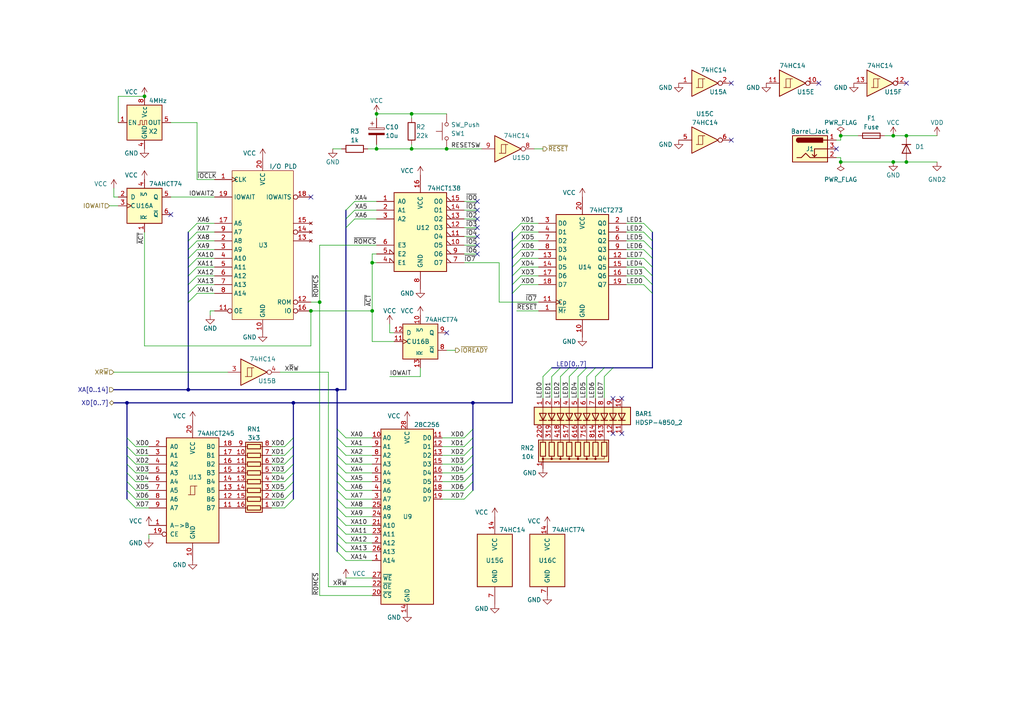
<source format=kicad_sch>
(kicad_sch (version 20230121) (generator eeschema)
  (paper "A4")
  (lib_symbols
    (symbol "6502fast_plds:I/O_PLD"
      (property "Reference" "U" (at 0 0 0))
      (property "Value" "I/O PLD" (at 6.35 22.86 0))
      (symbol "I/O_PLD_1_1"
        (pin input clock (at -13.97 19.05 0) (length 5.08) (name "CLK") (number "1"))
        (pin power_in line (at 0 -25.4 90) (length 3.81) (name "GND") (number "10"))
        (pin input inverted (at -13.97 -19.05 0) (length 5.08) (name "OE") (number "11"))
        (pin output inverted (at 13.97 -16.51 180) (length 5.08) (name "ROM") (number "12"))
        (pin no_connect line (at 13.97 1.27 180) (length 5.08) (name "") (number "13"))
        (pin no_connect inverted (at 13.97 3.81 180) (length 5.08) (name "") (number "14"))
        (pin no_connect line (at 13.97 6.35 180) (length 5.08) (name "") (number "15"))
        (pin output inverted (at 13.97 -19.05 180) (length 5.08) (name "IO") (number "16"))
        (pin input line (at -13.97 6.35 0) (length 5.08) (name "A6") (number "17"))
        (pin output inverted (at 13.97 13.97 180) (length 5.08) (name "IOWAITS") (number "18"))
        (pin input line (at -13.97 13.97 0) (length 5.08) (name "IOWAIT") (number "19"))
        (pin input line (at -13.97 1.27 0) (length 5.08) (name "A8") (number "2"))
        (pin power_in line (at 0 25.4 270) (length 3.81) (name "VCC") (number "20"))
        (pin input line (at -13.97 -1.27 0) (length 5.08) (name "A9") (number "3"))
        (pin input line (at -13.97 -3.81 0) (length 5.08) (name "A10") (number "4"))
        (pin input line (at -13.97 -6.35 0) (length 5.08) (name "A11") (number "5"))
        (pin input line (at -13.97 -8.89 0) (length 5.08) (name "A12") (number "6"))
        (pin input line (at -13.97 -11.43 0) (length 5.08) (name "A13") (number "7"))
        (pin input line (at -13.97 -13.97 0) (length 5.08) (name "A14") (number "8"))
        (pin input line (at -13.97 3.81 0) (length 5.08) (name "A7") (number "9"))
      )
    )
    (symbol "74xx:74HC14" (pin_names (offset 1.016))
      (property "Reference" "U" (at 0 1.27 0))
      (property "Value" "74HC14" (at 0 -1.27 0))
      (symbol "74HC14_1_0"
        (pin input line (at -7.62 0 0) (length 3.81) (name "~") (number "1"))
        (pin output inverted (at 7.62 0 180) (length 3.81) (name "~") (number "2"))
      )
      (symbol "74HC14_2_0"
        (pin input line (at -7.62 0 0) (length 3.81) (name "~") (number "3"))
        (pin output inverted (at 7.62 0 180) (length 3.81) (name "~") (number "4"))
      )
      (symbol "74HC14_3_0"
        (pin input line (at -7.62 0 0) (length 3.81) (name "~") (number "5"))
        (pin output inverted (at 7.62 0 180) (length 3.81) (name "~") (number "6"))
      )
      (symbol "74HC14_4_0"
        (pin output inverted (at 7.62 0 180) (length 3.81) (name "~") (number "8"))
        (pin input line (at -7.62 0 0) (length 3.81) (name "~") (number "9"))
      )
      (symbol "74HC14_5_0"
        (pin output inverted (at 7.62 0 180) (length 3.81) (name "~") (number "10"))
        (pin input line (at -7.62 0 0) (length 3.81) (name "~") (number "11"))
      )
      (symbol "74HC14_6_0"
        (pin output inverted (at 7.62 0 180) (length 3.81) (name "~") (number "12"))
        (pin input line (at -7.62 0 0) (length 3.81) (name "~") (number "13"))
      )
      (symbol "74HC14_7_0"
        (pin power_in line (at 0 12.7 270) (length 5.08) (name "VCC") (number "14"))
        (pin power_in line (at 0 -12.7 90) (length 5.08) (name "GND") (number "7"))
      )
    )
    (symbol "74xx:74HC245" (pin_names (offset 1.016))
      (property "Reference" "U" (at -7.62 16.51 0))
      (property "Value" "74HC245" (at -7.62 -16.51 0))
      (symbol "74HC245_1_0"
        (pin input line (at -12.7 -10.16 0) (length 5.08) (name "A->B") (number "1"))
        (pin power_in line (at 0 -20.32 90) (length 5.08) (name "GND") (number "10"))
        (pin tri_state line (at 12.7 -5.08 180) (length 5.08) (name "B7") (number "11"))
        (pin tri_state line (at 12.7 -2.54 180) (length 5.08) (name "B6") (number "12"))
        (pin tri_state line (at 12.7 0 180) (length 5.08) (name "B5") (number "13"))
        (pin tri_state line (at 12.7 2.54 180) (length 5.08) (name "B4") (number "14"))
        (pin tri_state line (at 12.7 5.08 180) (length 5.08) (name "B3") (number "15"))
        (pin tri_state line (at 12.7 7.62 180) (length 5.08) (name "B2") (number "16"))
        (pin tri_state line (at 12.7 10.16 180) (length 5.08) (name "B1") (number "17"))
        (pin tri_state line (at 12.7 12.7 180) (length 5.08) (name "B0") (number "18"))
        (pin input inverted (at -12.7 -12.7 0) (length 5.08) (name "CE") (number "19"))
        (pin tri_state line (at -12.7 12.7 0) (length 5.08) (name "A0") (number "2"))
        (pin power_in line (at 0 20.32 270) (length 5.08) (name "VCC") (number "20"))
        (pin tri_state line (at -12.7 10.16 0) (length 5.08) (name "A1") (number "3"))
        (pin tri_state line (at -12.7 7.62 0) (length 5.08) (name "A2") (number "4"))
        (pin tri_state line (at -12.7 5.08 0) (length 5.08) (name "A3") (number "5"))
        (pin tri_state line (at -12.7 2.54 0) (length 5.08) (name "A4") (number "6"))
        (pin tri_state line (at -12.7 0 0) (length 5.08) (name "A5") (number "7"))
        (pin tri_state line (at -12.7 -2.54 0) (length 5.08) (name "A6") (number "8"))
        (pin tri_state line (at -12.7 -5.08 0) (length 5.08) (name "A7") (number "9"))
      )
    )
    (symbol "74xx:74HC273"
      (property "Reference" "U" (at -7.62 16.51 0))
      (property "Value" "74HC273" (at -7.62 -16.51 0))
      (symbol "74HC273_1_0"
        (pin input line (at -12.7 -12.7 0) (length 5.08) (name "~{Mr}") (number "1"))
        (pin power_in line (at 0 -20.32 90) (length 5.08) (name "GND") (number "10"))
        (pin input clock (at -12.7 -10.16 0) (length 5.08) (name "Cp") (number "11"))
        (pin output line (at 12.7 2.54 180) (length 5.08) (name "Q4") (number "12"))
        (pin input line (at -12.7 2.54 0) (length 5.08) (name "D4") (number "13"))
        (pin input line (at -12.7 0 0) (length 5.08) (name "D5") (number "14"))
        (pin output line (at 12.7 0 180) (length 5.08) (name "Q5") (number "15"))
        (pin output line (at 12.7 -2.54 180) (length 5.08) (name "Q6") (number "16"))
        (pin input line (at -12.7 -2.54 0) (length 5.08) (name "D6") (number "17"))
        (pin input line (at -12.7 -5.08 0) (length 5.08) (name "D7") (number "18"))
        (pin output line (at 12.7 -5.08 180) (length 5.08) (name "Q7") (number "19"))
        (pin output line (at 12.7 12.7 180) (length 5.08) (name "Q0") (number "2"))
        (pin power_in line (at 0 20.32 270) (length 5.08) (name "VCC") (number "20"))
        (pin input line (at -12.7 12.7 0) (length 5.08) (name "D0") (number "3"))
        (pin input line (at -12.7 10.16 0) (length 5.08) (name "D1") (number "4"))
        (pin output line (at 12.7 10.16 180) (length 5.08) (name "Q1") (number "5"))
        (pin output line (at 12.7 7.62 180) (length 5.08) (name "Q2") (number "6"))
        (pin input line (at -12.7 7.62 0) (length 5.08) (name "D2") (number "7"))
        (pin input line (at -12.7 5.08 0) (length 5.08) (name "D3") (number "8"))
        (pin output line (at 12.7 5.08 180) (length 5.08) (name "Q3") (number "9"))
      )
    )
    (symbol "74xx:74HC74" (pin_names (offset 1.016))
      (property "Reference" "U" (at -7.62 8.89 0))
      (property "Value" "74HC74" (at -7.62 -8.89 0))
      (symbol "74HC74_1_0"
        (pin input line (at 0 -7.62 90) (length 2.54) (name "~{R}") (number "1"))
        (pin input line (at -7.62 2.54 0) (length 2.54) (name "D") (number "2"))
        (pin input clock (at -7.62 0 0) (length 2.54) (name "C") (number "3"))
        (pin input line (at 0 7.62 270) (length 2.54) (name "~{S}") (number "4"))
        (pin output line (at 7.62 2.54 180) (length 2.54) (name "Q") (number "5"))
        (pin output line (at 7.62 -2.54 180) (length 2.54) (name "~{Q}") (number "6"))
      )
      (symbol "74HC74_2_0"
        (pin input line (at 0 7.62 270) (length 2.54) (name "~{S}") (number "10"))
        (pin input clock (at -7.62 0 0) (length 2.54) (name "C") (number "11"))
        (pin input line (at -7.62 2.54 0) (length 2.54) (name "D") (number "12"))
        (pin input line (at 0 -7.62 90) (length 2.54) (name "~{R}") (number "13"))
        (pin output line (at 7.62 -2.54 180) (length 2.54) (name "~{Q}") (number "8"))
        (pin output line (at 7.62 2.54 180) (length 2.54) (name "Q") (number "9"))
      )
      (symbol "74HC74_3_0"
        (pin power_in line (at 0 10.16 270) (length 2.54) (name "VCC") (number "14"))
        (pin power_in line (at 0 -10.16 90) (length 2.54) (name "GND") (number "7"))
      )
    )
    (symbol "74xx:74LS138" (pin_names (offset 1.016))
      (property "Reference" "U" (at -7.62 11.43 0))
      (property "Value" "74LS138" (at -7.62 -13.97 0))
      (symbol "74LS138_1_0"
        (pin input line (at -12.7 7.62 0) (length 5.08) (name "A0") (number "1"))
        (pin output output_low (at 12.7 -5.08 180) (length 5.08) (name "O5") (number "10"))
        (pin output output_low (at 12.7 -2.54 180) (length 5.08) (name "O4") (number "11"))
        (pin output output_low (at 12.7 0 180) (length 5.08) (name "O3") (number "12"))
        (pin output output_low (at 12.7 2.54 180) (length 5.08) (name "O2") (number "13"))
        (pin output output_low (at 12.7 5.08 180) (length 5.08) (name "O1") (number "14"))
        (pin output output_low (at 12.7 7.62 180) (length 5.08) (name "O0") (number "15"))
        (pin power_in line (at 0 15.24 270) (length 5.08) (name "VCC") (number "16"))
        (pin input line (at -12.7 5.08 0) (length 5.08) (name "A1") (number "2"))
        (pin input line (at -12.7 2.54 0) (length 5.08) (name "A2") (number "3"))
        (pin input input_low (at -12.7 -10.16 0) (length 5.08) (name "E1") (number "4"))
        (pin input input_low (at -12.7 -7.62 0) (length 5.08) (name "E2") (number "5"))
        (pin input line (at -12.7 -5.08 0) (length 5.08) (name "E3") (number "6"))
        (pin output output_low (at 12.7 -10.16 180) (length 5.08) (name "O7") (number "7"))
        (pin power_in line (at 0 -17.78 90) (length 5.08) (name "GND") (number "8"))
        (pin output output_low (at 12.7 -7.62 180) (length 5.08) (name "O6") (number "9"))
      )
    )
    (symbol "Connector:Barrel_Jack_Switch" (pin_names hide)
      (property "Reference" "J" (at 0 5.334 0))
      (property "Value" "Barrel_Jack_Switch" (at 0 -5.08 0))
      (symbol "Barrel_Jack_Switch_1_1"
        (pin passive line (at 7.62 2.54 180) (length 2.54) (name "~") (number "1"))
        (pin passive line (at 7.62 -2.54 180) (length 2.54) (name "~") (number "2"))
        (pin passive line (at 7.62 0 180) (length 2.54) (name "~") (number "3"))
      )
    )
    (symbol "Device:C_Polarized" (pin_numbers hide) (pin_names (offset 0.254))
      (property "Reference" "C" (at 0.635 2.54 0))
      (property "Value" "C_Polarized" (at 0.635 -2.54 0))
      (symbol "C_Polarized_1_1"
        (pin passive line (at 0 3.81 270) (length 2.794) (name "~") (number "1"))
        (pin passive line (at 0 -3.81 90) (length 2.794) (name "~") (number "2"))
      )
    )
    (symbol "Device:Fuse" (pin_numbers hide) (pin_names (offset 0))
      (property "Reference" "F" (at 2.032 0 90))
      (property "Value" "Fuse" (at -1.905 0 90))
      (symbol "Fuse_1_1"
        (pin passive line (at 0 3.81 270) (length 1.27) (name "~") (number "1"))
        (pin passive line (at 0 -3.81 90) (length 1.27) (name "~") (number "2"))
      )
    )
    (symbol "Device:R" (pin_numbers hide) (pin_names (offset 0))
      (property "Reference" "R" (at 2.032 0 90))
      (property "Value" "R" (at 0 0 90))
      (symbol "R_1_1"
        (pin passive line (at 0 3.81 270) (length 1.27) (name "~") (number "1"))
        (pin passive line (at 0 -3.81 90) (length 1.27) (name "~") (number "2"))
      )
    )
    (symbol "Device:R_Network08" (pin_names (offset 0) hide)
      (property "Reference" "RN" (at -12.7 0 90))
      (property "Value" "R_Network08" (at 10.16 0 90))
      (symbol "R_Network08_1_1"
        (pin passive line (at -10.16 5.08 270) (length 2.54) (name "common") (number "1"))
        (pin passive line (at -10.16 -5.08 90) (length 1.27) (name "R1") (number "2"))
        (pin passive line (at -7.62 -5.08 90) (length 1.27) (name "R2") (number "3"))
        (pin passive line (at -5.08 -5.08 90) (length 1.27) (name "R3") (number "4"))
        (pin passive line (at -2.54 -5.08 90) (length 1.27) (name "R4") (number "5"))
        (pin passive line (at 0 -5.08 90) (length 1.27) (name "R5") (number "6"))
        (pin passive line (at 2.54 -5.08 90) (length 1.27) (name "R6") (number "7"))
        (pin passive line (at 5.08 -5.08 90) (length 1.27) (name "R7") (number "8"))
        (pin passive line (at 7.62 -5.08 90) (length 1.27) (name "R8") (number "9"))
      )
    )
    (symbol "Device:R_Pack08" (pin_names (offset 0) hide)
      (property "Reference" "RN" (at -12.7 0 90))
      (property "Value" "R_Pack08" (at 10.16 0 90))
      (symbol "R_Pack08_1_1"
        (pin passive line (at -10.16 -5.08 90) (length 2.54) (name "R1.1") (number "1"))
        (pin passive line (at 5.08 5.08 270) (length 2.54) (name "R7.2") (number "10"))
        (pin passive line (at 2.54 5.08 270) (length 2.54) (name "R6.2") (number "11"))
        (pin passive line (at 0 5.08 270) (length 2.54) (name "R5.2") (number "12"))
        (pin passive line (at -2.54 5.08 270) (length 2.54) (name "R4.2") (number "13"))
        (pin passive line (at -5.08 5.08 270) (length 2.54) (name "R3.2") (number "14"))
        (pin passive line (at -7.62 5.08 270) (length 2.54) (name "R2.2") (number "15"))
        (pin passive line (at -10.16 5.08 270) (length 2.54) (name "R1.2") (number "16"))
        (pin passive line (at -7.62 -5.08 90) (length 2.54) (name "R2.1") (number "2"))
        (pin passive line (at -5.08 -5.08 90) (length 2.54) (name "R3.1") (number "3"))
        (pin passive line (at -2.54 -5.08 90) (length 2.54) (name "R4.1") (number "4"))
        (pin passive line (at 0 -5.08 90) (length 2.54) (name "R5.1") (number "5"))
        (pin passive line (at 2.54 -5.08 90) (length 2.54) (name "R6.1") (number "6"))
        (pin passive line (at 5.08 -5.08 90) (length 2.54) (name "R7.1") (number "7"))
        (pin passive line (at 7.62 -5.08 90) (length 2.54) (name "R8.1") (number "8"))
        (pin passive line (at 7.62 5.08 270) (length 2.54) (name "R8.2") (number "9"))
      )
    )
    (symbol "Diode:1N4001" (pin_numbers hide) (pin_names hide)
      (property "Reference" "D" (at 0 2.54 0))
      (property "Value" "1N4001" (at 0 -2.54 0))
      (symbol "1N4001_1_1"
        (pin passive line (at -3.81 0 0) (length 2.54) (name "K") (number "1"))
        (pin passive line (at 3.81 0 180) (length 2.54) (name "A") (number "2"))
      )
    )
    (symbol "LED:HDSP-4850_2" (pin_names (offset 1.016) hide)
      (property "Reference" "BAR" (at 0 15.24 0))
      (property "Value" "HDSP-4850_2" (at 0 -17.78 0))
      (symbol "HDSP-4850_2_1_1"
        (pin passive line (at -5.08 10.16 0) (length 2.54) (name "A") (number "1"))
        (pin passive line (at -5.08 -12.7 0) (length 2.54) (name "A") (number "10"))
        (pin passive line (at 5.08 -12.7 180) (length 2.54) (name "K") (number "11"))
        (pin passive line (at 5.08 -10.16 180) (length 2.54) (name "K") (number "12"))
        (pin passive line (at 5.08 -7.62 180) (length 2.54) (name "K") (number "13"))
        (pin passive line (at 5.08 -5.08 180) (length 2.54) (name "K") (number "14"))
        (pin passive line (at 5.08 -2.54 180) (length 2.54) (name "K") (number "15"))
        (pin passive line (at 5.08 0 180) (length 2.54) (name "K") (number "16"))
        (pin passive line (at 5.08 2.54 180) (length 2.54) (name "K") (number "17"))
        (pin passive line (at 5.08 5.08 180) (length 2.54) (name "K") (number "18"))
        (pin passive line (at 5.08 7.62 180) (length 2.54) (name "K") (number "19"))
        (pin passive line (at -5.08 7.62 0) (length 2.54) (name "A") (number "2"))
        (pin passive line (at 5.08 10.16 180) (length 2.54) (name "K") (number "20"))
        (pin passive line (at -5.08 5.08 0) (length 2.54) (name "A") (number "3"))
        (pin passive line (at -5.08 2.54 0) (length 2.54) (name "A") (number "4"))
        (pin passive line (at -5.08 0 0) (length 2.54) (name "A") (number "5"))
        (pin passive line (at -5.08 -2.54 0) (length 2.54) (name "A") (number "6"))
        (pin passive line (at -5.08 -5.08 0) (length 2.54) (name "A") (number "7"))
        (pin passive line (at -5.08 -7.62 0) (length 2.54) (name "A") (number "8"))
        (pin passive line (at -5.08 -10.16 0) (length 2.54) (name "A") (number "9"))
      )
    )
    (symbol "Memory_EEPROM:28C256"
      (property "Reference" "U" (at -7.62 26.67 0))
      (property "Value" "28C256" (at 2.54 -26.67 0))
      (symbol "28C256_1_1"
        (pin input line (at -10.16 -12.7 0) (length 2.54) (name "A14") (number "1"))
        (pin input line (at -10.16 22.86 0) (length 2.54) (name "A0") (number "10"))
        (pin tri_state line (at 10.16 22.86 180) (length 2.54) (name "D0") (number "11"))
        (pin tri_state line (at 10.16 20.32 180) (length 2.54) (name "D1") (number "12"))
        (pin tri_state line (at 10.16 17.78 180) (length 2.54) (name "D2") (number "13"))
        (pin power_in line (at 0 -27.94 90) (length 2.54) (name "GND") (number "14"))
        (pin tri_state line (at 10.16 15.24 180) (length 2.54) (name "D3") (number "15"))
        (pin tri_state line (at 10.16 12.7 180) (length 2.54) (name "D4") (number "16"))
        (pin tri_state line (at 10.16 10.16 180) (length 2.54) (name "D5") (number "17"))
        (pin tri_state line (at 10.16 7.62 180) (length 2.54) (name "D6") (number "18"))
        (pin tri_state line (at 10.16 5.08 180) (length 2.54) (name "D7") (number "19"))
        (pin input line (at -10.16 -7.62 0) (length 2.54) (name "A12") (number "2"))
        (pin input line (at -10.16 -22.86 0) (length 2.54) (name "~{CS}") (number "20"))
        (pin input line (at -10.16 -2.54 0) (length 2.54) (name "A10") (number "21"))
        (pin input line (at -10.16 -20.32 0) (length 2.54) (name "~{OE}") (number "22"))
        (pin input line (at -10.16 -5.08 0) (length 2.54) (name "A11") (number "23"))
        (pin input line (at -10.16 0 0) (length 2.54) (name "A9") (number "24"))
        (pin input line (at -10.16 2.54 0) (length 2.54) (name "A8") (number "25"))
        (pin input line (at -10.16 -10.16 0) (length 2.54) (name "A13") (number "26"))
        (pin input line (at -10.16 -17.78 0) (length 2.54) (name "~{WE}") (number "27"))
        (pin power_in line (at 0 27.94 270) (length 2.54) (name "VCC") (number "28"))
        (pin input line (at -10.16 5.08 0) (length 2.54) (name "A7") (number "3"))
        (pin input line (at -10.16 7.62 0) (length 2.54) (name "A6") (number "4"))
        (pin input line (at -10.16 10.16 0) (length 2.54) (name "A5") (number "5"))
        (pin input line (at -10.16 12.7 0) (length 2.54) (name "A4") (number "6"))
        (pin input line (at -10.16 15.24 0) (length 2.54) (name "A3") (number "7"))
        (pin input line (at -10.16 17.78 0) (length 2.54) (name "A2") (number "8"))
        (pin input line (at -10.16 20.32 0) (length 2.54) (name "A1") (number "9"))
      )
    )
    (symbol "Oscillator:CXO_DIP8" (pin_names (offset 0.254))
      (property "Reference" "X" (at -5.08 6.35 0))
      (property "Value" "CXO_DIP8" (at 1.27 -6.35 0))
      (symbol "CXO_DIP8_1_1"
        (pin input line (at -7.62 0 0) (length 2.54) (name "EN") (number "1"))
        (pin power_in line (at 0 -7.62 90) (length 2.54) (name "GND") (number "4"))
        (pin output line (at 7.62 0 180) (length 2.54) (name "OUT") (number "5"))
        (pin power_in line (at 0 7.62 270) (length 2.54) (name "Vcc") (number "8"))
      )
    )
    (symbol "Switch:SW_Push" (pin_numbers hide) (pin_names (offset 1.016) hide)
      (property "Reference" "SW" (at 1.27 2.54 0))
      (property "Value" "SW_Push" (at 0 -1.524 0))
      (symbol "SW_Push_0_1"
        (pin passive line (at -5.08 0 0) (length 2.54) (name "1") (number "1"))
        (pin passive line (at 5.08 0 180) (length 2.54) (name "2") (number "2"))
      )
    )
    (symbol "power:GND" (power) (pin_names (offset 0))
      (property "Value" "GND" (at 0 -3.81 0))
      (symbol "GND_1_1"
        (pin power_in line (at 0 0 270) (length 0) hide (name "GND") (number "1"))
      )
    )
    (symbol "power:GND2" (power) (pin_names (offset 0))
      (property "Value" "GND2" (at 0 -3.81 0))
      (symbol "GND2_1_1"
        (pin power_in line (at 0 0 270) (length 0) hide (name "GND2") (number "1"))
      )
    )
    (symbol "power:PWR_FLAG" (power) (pin_numbers hide) (pin_names (offset 0) hide)
      (property "Value" "PWR_FLAG" (at 0 3.81 0))
      (symbol "PWR_FLAG_0_0"
        (pin power_out line (at 0 0 90) (length 0) (name "pwr") (number "1"))
      )
    )
    (symbol "power:VCC" (power) (pin_names (offset 0))
      (property "Value" "VCC" (at 0 3.81 0))
      (symbol "VCC_1_1"
        (pin power_in line (at 0 0 90) (length 0) hide (name "VCC") (number "1"))
      )
    )
    (symbol "power:VDD" (power) (pin_names (offset 0))
      (property "Value" "VDD" (at 0 3.81 0))
      (symbol "VDD_1_1"
        (pin power_in line (at 0 0 90) (length 0) hide (name "VDD") (number "1"))
      )
    )
  )
  (junction (at 54.61 113.03))
  (junction (at 119.38 43.18))
  (junction (at 259.08 46.99))
  (junction (at 262.89 46.99))
  (junction (at 85.09 116.84))
  (junction (at 137.16 116.84))
  (junction (at 41.91 27.94))
  (junction (at 259.08 39.37))
  (junction (at 107.95 76.2))
  (junction (at 243.84 39.37))
  (junction (at 107.95 90.17))
  (junction (at 119.38 33.02))
  (junction (at 109.22 33.02))
  (junction (at 129.54 43.18))
  (junction (at 36.83 116.84))
  (junction (at 92.71 87.63))
  (junction (at 97.79 113.03))
  (junction (at 243.84 46.99))
  (junction (at 90.17 90.17))
  (junction (at 262.89 39.37))
  (junction (at 109.22 43.18))
  (no_connect (at 138.43 73.66))
  (no_connect (at 262.89 24.13))
  (no_connect (at 49.53 62.23))
  (no_connect (at 138.43 71.12))
  (no_connect (at 138.43 66.04))
  (no_connect (at 237.49 24.13))
  (no_connect (at 138.43 68.58))
  (no_connect (at 177.8 125.73))
  (no_connect (at 180.34 125.73))
  (no_connect (at 177.8 115.57))
  (no_connect (at 212.09 24.13))
  (no_connect (at 212.09 40.64))
  (no_connect (at 242.57 43.18))
  (no_connect (at 129.54 96.52))
  (no_connect (at 138.43 60.96))
  (no_connect (at 90.17 57.15))
  (no_connect (at 138.43 63.5))
  (no_connect (at 180.34 115.57))
  (no_connect (at 138.43 58.42))
  (bus_entry (at 134.62 137.16) (size 2.54 -2.54))
  (bus_entry (at 85.09 137.16) (size -2.54 2.54))
  (bus_entry (at 97.79 157.48) (size 2.54 2.54))
  (bus_entry (at 100.33 66.04) (size 2.54 -2.54))
  (bus_entry (at 97.79 139.7) (size 2.54 2.54))
  (bus_entry (at 97.79 154.94) (size 2.54 2.54))
  (bus_entry (at 54.61 87.63) (size 2.54 -2.54))
  (bus_entry (at 160.02 106.68) (size -2.54 2.54))
  (bus_entry (at 36.83 137.16) (size 2.54 2.54))
  (bus_entry (at 85.09 127) (size -2.54 2.54))
  (bus_entry (at 186.69 72.39) (size 2.54 2.54))
  (bus_entry (at 172.72 106.68) (size -2.54 2.54))
  (bus_entry (at 97.79 134.62) (size 2.54 2.54))
  (bus_entry (at 97.79 127) (size 2.54 2.54))
  (bus_entry (at 36.83 132.08) (size 2.54 2.54))
  (bus_entry (at 151.13 64.77) (size -2.54 2.54))
  (bus_entry (at 134.62 127) (size 2.54 -2.54))
  (bus_entry (at 162.56 106.68) (size -2.54 2.54))
  (bus_entry (at 36.83 129.54) (size 2.54 2.54))
  (bus_entry (at 186.69 80.01) (size 2.54 2.54))
  (bus_entry (at 97.79 142.24) (size 2.54 2.54))
  (bus_entry (at 97.79 137.16) (size 2.54 2.54))
  (bus_entry (at 36.83 139.7) (size 2.54 2.54))
  (bus_entry (at 97.79 132.08) (size 2.54 2.54))
  (bus_entry (at 134.62 144.78) (size 2.54 -2.54))
  (bus_entry (at 54.61 74.93) (size 2.54 -2.54))
  (bus_entry (at 134.62 139.7) (size 2.54 -2.54))
  (bus_entry (at 151.13 80.01) (size -2.54 2.54))
  (bus_entry (at 151.13 77.47) (size -2.54 2.54))
  (bus_entry (at 177.8 106.68) (size -2.54 2.54))
  (bus_entry (at 85.09 129.54) (size -2.54 2.54))
  (bus_entry (at 54.61 72.39) (size 2.54 -2.54))
  (bus_entry (at 186.69 67.31) (size 2.54 2.54))
  (bus_entry (at 85.09 144.78) (size -2.54 2.54))
  (bus_entry (at 36.83 142.24) (size 2.54 2.54))
  (bus_entry (at 54.61 69.85) (size 2.54 -2.54))
  (bus_entry (at 100.33 63.5) (size 2.54 -2.54))
  (bus_entry (at 151.13 74.93) (size -2.54 2.54))
  (bus_entry (at 54.61 80.01) (size 2.54 -2.54))
  (bus_entry (at 54.61 82.55) (size 2.54 -2.54))
  (bus_entry (at 85.09 142.24) (size -2.54 2.54))
  (bus_entry (at 186.69 64.77) (size 2.54 2.54))
  (bus_entry (at 36.83 144.78) (size 2.54 2.54))
  (bus_entry (at 167.64 106.68) (size -2.54 2.54))
  (bus_entry (at 97.79 160.02) (size 2.54 2.54))
  (bus_entry (at 85.09 134.62) (size -2.54 2.54))
  (bus_entry (at 97.79 149.86) (size 2.54 2.54))
  (bus_entry (at 54.61 77.47) (size 2.54 -2.54))
  (bus_entry (at 36.83 134.62) (size 2.54 2.54))
  (bus_entry (at 175.26 106.68) (size -2.54 2.54))
  (bus_entry (at 97.79 129.54) (size 2.54 2.54))
  (bus_entry (at 186.69 69.85) (size 2.54 2.54))
  (bus_entry (at 85.09 139.7) (size -2.54 2.54))
  (bus_entry (at 134.62 129.54) (size 2.54 -2.54))
  (bus_entry (at 54.61 67.31) (size 2.54 -2.54))
  (bus_entry (at 186.69 82.55) (size 2.54 2.54))
  (bus_entry (at 134.62 132.08) (size 2.54 -2.54))
  (bus_entry (at 134.62 134.62) (size 2.54 -2.54))
  (bus_entry (at 151.13 69.85) (size -2.54 2.54))
  (bus_entry (at 85.09 132.08) (size -2.54 2.54))
  (bus_entry (at 97.79 147.32) (size 2.54 2.54))
  (bus_entry (at 151.13 67.31) (size -2.54 2.54))
  (bus_entry (at 186.69 74.93) (size 2.54 2.54))
  (bus_entry (at 165.1 106.68) (size -2.54 2.54))
  (bus_entry (at 186.69 77.47) (size 2.54 2.54))
  (bus_entry (at 54.61 85.09) (size 2.54 -2.54))
  (bus_entry (at 100.33 60.96) (size 2.54 -2.54))
  (bus_entry (at 97.79 152.4) (size 2.54 2.54))
  (bus_entry (at 170.18 106.68) (size -2.54 2.54))
  (bus_entry (at 36.83 127) (size 2.54 2.54))
  (bus_entry (at 97.79 124.46) (size 2.54 2.54))
  (bus_entry (at 151.13 82.55) (size -2.54 2.54))
  (bus_entry (at 134.62 142.24) (size 2.54 -2.54))
  (bus_entry (at 151.13 72.39) (size -2.54 2.54))
  (bus_entry (at 97.79 144.78) (size 2.54 2.54))
  (polyline (pts (xy -123.19 113.03) (xy -113.03 113.03)))
  (polyline (pts (xy -95.25 58.42) (xy -96.52 57.15)))
  (polyline (pts (xy -101.6 58.42) (xy -100.33 57.15)))
  (polyline (pts (xy -93.98 44.45) (xy -92.71 43.18)))
  (wire (pts (xy 134.62 66.04) (xy 138.43 66.04)))
  (polyline (pts (xy -110.49 97.79) (xy -106.68 97.79)))
  (polyline (pts (xy -76.2 97.79) (xy -76.2 97.79)))
  (polyline (pts (xy -96.52 118.11) (xy -96.52 118.11)))
  (polyline (pts (xy -123.19 105.41) (xy -119.38 105.41)))
  (polyline (pts (xy -120.65 101.6) (xy -119.38 100.33)))
  (polyline (pts (xy -99.06 107.95) (xy -99.06 109.22)))
  (polyline (pts (xy -48.26 100.33) (xy -44.45 100.33)))
  (wire (pts (xy 162.56 109.22) (xy 162.56 115.57)))
  (wire (pts (xy 100.33 160.02) (xy 107.95 160.02)))
  (polyline (pts (xy -83.82 35.56) (xy -83.82 36.83)))
  (polyline (pts (xy -64.77 96.52) (xy -60.96 96.52)))
  (bus (pts (xy 36.83 134.62) (xy 36.83 137.16)))
  (polyline (pts (xy -100.33 57.15) (xy -96.52 57.15)))
  (polyline (pts (xy -106.68 57.15) (xy -105.41 58.42)))
  (polyline (pts (xy -53.34 76.2) (xy -52.07 77.47)))
  (polyline (pts (xy -82.55 77.47) (xy -82.55 77.47)))
  (polyline (pts (xy -123.19 96.52) (xy -121.92 96.52)))
  (polyline (pts (xy -120.65 97.79) (xy -121.92 96.52)))
  (wire (pts (xy 78.74 129.54) (xy 82.55 129.54)))
  (polyline (pts (xy -54.61 58.42) (xy -50.8 58.42)))
  (polyline (pts (xy -116.84 118.11) (xy -118.11 119.38)))
  (bus (pts (xy 97.79 137.16) (xy 97.79 139.7)))
  (wire (pts (xy 128.27 129.54) (xy 134.62 129.54)))
  (polyline (pts (xy -93.98 27.94) (xy -95.25 29.21)))
  (polyline (pts (xy -97.79 107.95) (xy -96.52 109.22)))
  (bus (pts (xy 175.26 106.68) (xy 177.8 106.68)))
  (polyline (pts (xy -100.33 60.96) (xy -99.06 62.23)))
  (wire (pts (xy 109.22 43.18) (xy 109.22 41.91)))
  (polyline (pts (xy -88.9 100.33) (xy -85.09 100.33)))
  (bus (pts (xy 148.59 74.93) (xy 148.59 77.47)))
  (wire (pts (xy 119.38 34.29) (xy 119.38 33.02)))
  (wire (pts (xy 134.62 58.42) (xy 138.43 58.42)))
  (polyline (pts (xy -90.17 57.15) (xy -86.36 57.15)))
  (wire (pts (xy 34.29 27.94) (xy 41.91 27.94)))
  (polyline (pts (xy -59.69 60.96) (xy -58.42 62.23)))
  (wire (pts (xy 243.84 46.99) (xy 243.84 45.72)))
  (polyline (pts (xy -104.14 64.77) (xy -81.28 64.77)))
  (bus (pts (xy 100.33 60.96) (xy 100.33 63.5)))
  (polyline (pts (xy -48.26 100.33) (xy -44.45 100.33)))
  (polyline (pts (xy -83.82 39.37) (xy -83.82 40.64)))
  (wire (pts (xy 57.15 77.47) (xy 62.23 77.47)))
  (polyline (pts (xy -93.98 77.47) (xy -92.71 76.2)))
  (polyline (pts (xy -80.01 57.15) (xy -76.2 57.15)))
  (polyline (pts (xy -69.85 60.96) (xy -68.58 62.23)))
  (wire (pts (xy 39.37 147.32) (xy 43.18 147.32)))
  (polyline (pts (xy -66.04 109.22) (xy -57.15 109.22)))
  (polyline (pts (xy -54.61 105.41) (xy -54.61 120.65)) (stroke (width 0) (type dot)))
  (wire (pts (xy 157.48 43.18) (xy 154.94 43.18)))
  (polyline (pts (xy -92.71 76.2) (xy -86.36 76.2)))
  (polyline (pts (xy -45.72 113.03) (xy -44.45 113.03)))
  (polyline (pts (xy -90.17 27.94) (xy -88.9 29.21)))
  (polyline (pts (xy -54.61 113.03) (xy -45.72 113.03)))
  (polyline (pts (xy -71.12 58.42) (xy -71.12 58.42)))
  (bus (pts (xy 36.83 129.54) (xy 36.83 132.08)))
  (wire (pts (xy 134.62 76.2) (xy 144.78 76.2)))
  (polyline (pts (xy -90.17 97.79) (xy -86.36 97.79)))
  (polyline (pts (xy -107.95 69.85) (xy -104.14 69.85)))
  (wire (pts (xy 60.96 90.17) (xy 60.96 91.44)))
  (polyline (pts (xy -43.18 72.39) (xy -43.18 73.66)))
  (polyline (pts (xy -50.8 58.42) (xy -50.8 58.42)))
  (polyline (pts (xy -93.98 101.6) (xy -90.17 101.6)))
  (wire (pts (xy 114.3 96.52) (xy 113.03 96.52)))
  (wire (pts (xy 39.37 132.08) (xy 43.18 132.08)))
  (bus (pts (xy 33.02 116.84) (xy 36.83 116.84)))
  (polyline (pts (xy -96.52 68.58) (xy -91.44 68.58)))
  (wire (pts (xy 102.87 58.42) (xy 109.22 58.42)))
  (bus (pts (xy 54.61 80.01) (xy 54.61 82.55)))
  (polyline (pts (xy -49.53 97.79) (xy -45.72 97.79)))
  (polyline (pts (xy -77.47 81.28) (xy -52.07 81.28)))
  (polyline (pts (xy -95.25 58.42) (xy -91.44 58.42)))
  (wire (pts (xy 151.13 72.39) (xy 156.21 72.39)))
  (polyline (pts (xy -83.82 60.96) (xy -80.01 60.96)))
  (polyline (pts (xy -76.2 97.79) (xy -76.2 97.79)))
  (wire (pts (xy 259.08 46.99) (xy 262.89 46.99)))
  (polyline (pts (xy -58.42 107.95) (xy -58.42 109.22)))
  (bus (pts (xy 137.16 129.54) (xy 137.16 132.08)))
  (polyline (pts (xy -55.88 97.79) (xy -55.88 97.79)))
  (polyline (pts (xy -80.01 27.94) (xy -78.74 29.21)))
  (polyline (pts (xy -48.26 119.38) (xy -49.53 120.65)))
  (wire (pts (xy 102.87 60.96) (xy 109.22 60.96)))
  (bus (pts (xy 148.59 85.09) (xy 148.59 82.55)))
  (polyline (pts (xy -43.18 68.58) (xy -41.91 69.85)))
  (wire (pts (xy 175.26 109.22) (xy 175.26 115.57)))
  (polyline (pts (xy -109.22 100.33) (xy -105.41 100.33)))
  (polyline (pts (xy -58.42 115.57) (xy -58.42 116.84)))
  (polyline (pts (xy -69.85 97.79) (xy -66.04 97.79)))
  (polyline (pts (xy -54.61 100.33) (xy -53.34 101.6)))
  (polyline (pts (xy -88.9 111.76) (xy -88.9 113.03)))
  (polyline (pts (xy -109.22 109.22) (xy -109.22 109.22)))
  (polyline (pts (xy -119.38 105.41) (xy -118.11 104.14)))
  (wire (pts (xy 181.61 80.01) (xy 186.69 80.01)))
  (wire (pts (xy 57.15 85.09) (xy 62.23 85.09)))
  (polyline (pts (xy -118.11 119.38) (xy -95.25 119.38)))
  (polyline (pts (xy -104.14 101.6) (xy -100.33 101.6)))
  (wire (pts (xy 144.78 76.2) (xy 144.78 87.63)))
  (wire (pts (xy 151.13 64.77) (xy 156.21 64.77)))
  (polyline (pts (xy -118.11 119.38) (xy -116.84 120.65)))
  (polyline (pts (xy -107.95 107.95) (xy -97.79 107.95)))
  (polyline (pts (xy -88.9 111.76) (xy -87.63 113.03)))
  (polyline (pts (xy -92.71 43.18) (xy -86.36 43.18)))
  (polyline (pts (xy -57.15 115.57) (xy -55.88 115.57)))
  (polyline (pts (xy -99.06 111.76) (xy -99.06 113.03)))
  (bus (pts (xy 137.16 134.62) (xy 137.16 137.16)))
  (wire (pts (xy 92.71 71.12) (xy 109.22 71.12)))
  (polyline (pts (xy -104.14 36.83) (xy -96.52 35.56)))
  (polyline (pts (xy -99.06 100.33) (xy -95.25 100.33)))
  (bus (pts (xy 97.79 129.54) (xy 97.79 132.08)))
  (bus (pts (xy 85.09 116.84) (xy 36.83 116.84)))
  (wire (pts (xy 78.74 137.16) (xy 82.55 137.16)))
  (wire (pts (xy 90.17 90.17) (xy 90.17 100.33)))
  (polyline (pts (xy -120.65 97.79) (xy -116.84 97.79)))
  (polyline (pts (xy -40.64 58.42) (xy -39.37 57.15)))
  (wire (pts (xy 107.95 99.06) (xy 114.3 99.06)))
  (bus (pts (xy 148.59 77.47) (xy 148.59 80.01)))
  (polyline (pts (xy -107.95 77.47) (xy -93.98 77.47)))
  (wire (pts (xy 134.62 73.66) (xy 138.43 73.66)))
  (polyline (pts (xy -115.57 100.33) (xy -114.3 101.6)))
  (polyline (pts (xy -93.98 27.94) (xy -90.17 27.94)))
  (polyline (pts (xy -73.66 60.96) (xy -74.93 62.23)))
  (bus (pts (xy 97.79 127) (xy 97.79 129.54)))
  (polyline (pts (xy -74.93 58.42) (xy -76.2 57.15)))
  (wire (pts (xy 262.89 46.99) (xy 271.78 46.99)))
  (polyline (pts (xy -58.42 62.23) (xy -54.61 62.23)))
  (polyline (pts (xy -82.55 104.14) (xy -64.77 104.14)))
  (polyline (pts (xy -50.8 80.01) (xy -49.53 80.01)))
  (polyline (pts (xy -86.36 76.2) (xy -83.82 76.2)))
  (polyline (pts (xy -107.95 33.02) (xy -105.41 33.02)))
  (bus (pts (xy 85.09 144.78) (xy 85.09 142.24)))
  (polyline (pts (xy -86.36 24.13) (xy -85.09 25.4)))
  (polyline (pts (xy -64.77 100.33) (xy -63.5 101.6)))
  (wire (pts (xy 128.27 144.78) (xy 134.62 144.78)))
  (wire (pts (xy 78.74 134.62) (xy 82.55 134.62)))
  (polyline (pts (xy -85.09 29.21) (xy -83.82 27.94)))
  (polyline (pts (xy -78.74 29.21) (xy -74.93 29.21)))
  (wire (pts (xy 109.22 34.29) (xy 109.22 33.02)))
  (wire (pts (xy 100.33 152.4) (xy 107.95 152.4)))
  (bus (pts (xy 97.79 152.4) (xy 97.79 154.94)))
  (polyline (pts (xy -48.26 107.95) (xy -48.26 109.22)))
  (bus (pts (xy 137.16 124.46) (xy 137.16 127)))
  (polyline (pts (xy -80.01 97.79) (xy -81.28 96.52)))
  (bus (pts (xy 97.79 113.03) (xy 97.79 124.46)))
  (wire (pts (xy 39.37 137.16) (xy 43.18 137.16)))
  (polyline (pts (xy -85.09 25.4) (xy -81.28 25.4)))
  (polyline (pts (xy -80.01 118.11) (xy -80.01 118.11)))
  (wire (pts (xy 243.84 40.64) (xy 242.57 40.64)))
  (wire (pts (xy 39.37 134.62) (xy 43.18 134.62)))
  (polyline (pts (xy -52.07 68.58) (xy -43.18 68.58)))
  (polyline (pts (xy -43.18 60.96) (xy -39.37 60.96)))
  (polyline (pts (xy -52.07 77.47) (xy -52.07 77.47)))
  (bus (pts (xy 189.23 82.55) (xy 189.23 85.09)))
  (polyline (pts (xy -83.82 72.39) (xy -83.82 73.66)))
  (polyline (pts (xy -107.95 29.21) (xy -105.41 29.21)))
  (polyline (pts (xy -93.98 60.96) (xy -95.25 62.23)))
  (wire (pts (xy 100.33 137.16) (xy 107.95 137.16)))
  (wire (pts (xy 128.27 134.62) (xy 134.62 134.62)))
  (wire (pts (xy 151.13 74.93) (xy 156.21 74.93)))
  (polyline (pts (xy -55.88 104.14) (xy -54.61 105.41)))
  (polyline (pts (xy -69.85 57.15) (xy -66.04 57.15)))
  (polyline (pts (xy -43.18 68.58) (xy -53.34 68.58)))
  (polyline (pts (xy -43.18 76.2) (xy -43.18 77.47)))
  (bus (pts (xy 36.83 132.08) (xy 36.83 134.62)))
  (polyline (pts (xy -101.6 25.4) (xy -100.33 24.13)))
  (wire (pts (xy 181.61 77.47) (xy 186.69 77.47)))
  (wire (pts (xy 151.13 80.01) (xy 156.21 80.01)))
  (bus (pts (xy 170.18 106.68) (xy 172.72 106.68)))
  (polyline (pts (xy -49.53 66.04) (xy -39.37 66.04)))
  (polyline (pts (xy -57.15 109.22) (xy -54.61 109.22)))
  (polyline (pts (xy -82.55 35.56) (xy -73.66 35.56)))
  (polyline (pts (xy -118.11 104.14) (xy -86.36 104.14)))
  (wire (pts (xy 149.86 90.17) (xy 156.21 90.17)))
  (bus (pts (xy 189.23 69.85) (xy 189.23 72.39)))
  (polyline (pts (xy -78.74 111.76) (xy -78.74 113.03)))
  (polyline (pts (xy -73.66 39.37) (xy -73.66 40.64)))
  (polyline (pts (xy -50.8 58.42) (xy -50.8 58.42)))
  (polyline (pts (xy -45.72 97.79) (xy -44.45 96.52)))
  (wire (pts (xy 57.15 74.93) (xy 62.23 74.93)))
  (wire (pts (xy 121.92 106.68) (xy 121.92 109.22)))
  (bus (pts (xy 54.61 69.85) (xy 54.61 72.39)))
  (polyline (pts (xy -48.26 111.76) (xy -48.26 113.03)))
  (polyline (pts (xy -80.01 24.13) (xy -76.2 24.13)))
  (wire (pts (xy 134.62 71.12) (xy 138.43 71.12)))
  (polyline (pts (xy -107.95 48.26) (xy -82.55 48.26)))
  (bus (pts (xy 137.16 132.08) (xy 137.16 134.62)))
  (polyline (pts (xy -74.93 96.52) (xy -71.12 96.52)))
  (polyline (pts (xy -86.36 115.57) (xy -85.09 116.84)))
  (wire (pts (xy 100.33 132.08) (xy 107.95 132.08)))
  (polyline (pts (xy -48.26 119.38) (xy -48.26 119.38)))
  (polyline (pts (xy -87.63 115.57) (xy -86.36 115.57)))
  (polyline (pts (xy -106.68 24.13) (xy -105.41 25.4)))
  (polyline (pts (xy -93.98 39.37) (xy -93.98 40.64)))
  (wire (pts (xy 96.52 43.18) (xy 99.06 43.18)))
  (wire (pts (xy 128.27 142.24) (xy 134.62 142.24)))
  (polyline (pts (xy -82.55 68.58) (xy -73.66 68.58)))
  (polyline (pts (xy -85.09 96.52) (xy -81.28 96.52)))
  (polyline (pts (xy -109.22 111.76) (xy -109.22 113.03)))
  (polyline (pts (xy -68.58 68.58) (xy -66.04 68.58)))
  (wire (pts (xy 243.84 45.72) (xy 242.57 45.72)))
  (polyline (pts (xy -85.09 119.38) (xy -83.82 120.65)))
  (bus (pts (xy 54.61 67.31) (xy 54.61 69.85)))
  (polyline (pts (xy -73.66 35.56) (xy -83.82 35.56)))
  (polyline (pts (xy -118.11 104.14) (xy -118.11 120.65)) (stroke (width 0) (type dot)))
  (polyline (pts (xy -74.93 25.4) (xy -71.12 25.4)))
  (polyline (pts (xy -91.44 96.52) (xy -90.17 97.79)))
  (polyline (pts (xy -45.72 116.84) (xy -44.45 116.84)))
  (wire (pts (xy 172.72 109.22) (xy 172.72 115.57)))
  (wire (pts (xy 128.27 137.16) (xy 134.62 137.16)))
  (bus (pts (xy 85.09 132.08) (xy 85.09 129.54)))
  (polyline (pts (xy -74.93 100.33) (xy -73.66 101.6)))
  (polyline (pts (xy -58.42 111.76) (xy -57.15 113.03)))
  (polyline (pts (xy -81.28 80.01) (xy -80.01 80.01)))
  (polyline (pts (xy -109.22 109.22) (xy -107.95 107.95)))
  (bus (pts (xy 85.09 116.84) (xy 137.16 116.84)))
  (wire (pts (xy 92.71 87.63) (xy 92.71 71.12)))
  (polyline (pts (xy -104.14 43.18) (xy -104.14 44.45)))
  (wire (pts (xy 259.08 39.37) (xy 262.89 39.37)))
  (polyline (pts (xy -71.12 25.4) (xy -71.12 25.4)))
  (wire (pts (xy 167.64 109.22) (xy 167.64 115.57)))
  (wire (pts (xy 39.37 139.7) (xy 43.18 139.7)))
  (polyline (pts (xy -85.09 116.84) (xy -58.42 116.84)))
  (wire (pts (xy 100.33 134.62) (xy 107.95 134.62)))
  (bus (pts (xy 54.61 77.47) (xy 54.61 80.01)))
  (polyline (pts (xy -95.25 100.33) (xy -93.98 101.6)))
  (polyline (pts (xy -71.12 58.42) (xy -71.12 58.42)))
  (polyline (pts (xy -49.53 118.11) (xy -49.53 118.11)))
  (polyline (pts (xy -43.18 68.58) (xy -43.18 69.85)))
  (polyline (pts (xy -60.96 58.42) (xy -59.69 57.15)))
  (bus (pts (xy 137.16 116.84) (xy 148.59 116.84)))
  (polyline (pts (xy -93.98 76.2) (xy -93.98 77.47)))
  (wire (pts (xy 243.84 39.37) (xy 248.92 39.37)))
  (polyline (pts (xy -72.39 36.83) (xy -69.85 36.83)))
  (wire (pts (xy 128.27 127) (xy 134.62 127)))
  (bus (pts (xy 54.61 113.03) (xy 97.79 113.03)))
  (polyline (pts (xy -68.58 100.33) (xy -64.77 100.33)))
  (polyline (pts (xy -63.5 101.6) (xy -59.69 101.6)))
  (bus (pts (xy 54.61 72.39) (xy 54.61 74.93)))
  (wire (pts (xy 100.33 139.7) (xy 107.95 139.7)))
  (polyline (pts (xy -62.23 76.2) (xy -55.88 76.2)))
  (bus (pts (xy 137.16 116.84) (xy 137.16 124.46)))
  (polyline (pts (xy -119.38 115.57) (xy -119.38 116.84)))
  (polyline (pts (xy -85.09 100.33) (xy -83.82 101.6)))
  (polyline (pts (xy -78.74 62.23) (xy -74.93 62.23)))
  (polyline (pts (xy -88.9 29.21) (xy -85.09 29.21)))
  (polyline (pts (xy -80.01 97.79) (xy -76.2 97.79)))
  (polyline (pts (xy -68.58 107.95) (xy -67.31 107.95)))
  (wire (pts (xy 31.75 59.69) (xy 34.29 59.69)))
  (wire (pts (xy 39.37 144.78) (xy 43.18 144.78)))
  (wire (pts (xy 181.61 64.77) (xy 186.69 64.77)))
  (wire (pts (xy 81.28 107.95) (xy 95.25 107.95)))
  (polyline (pts (xy -91.44 25.4) (xy -90.17 24.13)))
  (wire (pts (xy 113.03 109.22) (xy 121.92 109.22)))
  (polyline (pts (xy -48.26 119.38) (xy -49.53 118.11)))
  (polyline (pts (xy -69.85 60.96) (xy -69.85 60.96)))
  (bus (pts (xy 97.79 142.24) (xy 97.79 144.78)))
  (polyline (pts (xy -105.41 29.21) (xy -104.14 27.94)))
  (bus (pts (xy 97.79 154.94) (xy 97.79 157.48)))
  (bus (pts (xy 36.83 139.7) (xy 36.83 142.24)))
  (polyline (pts (xy -85.09 58.42) (xy -81.28 58.42)))
  (polyline (pts (xy -71.12 68.58) (xy -68.58 68.58)))
  (polyline (pts (xy -64.77 58.42) (xy -60.96 58.42)))
  (bus (pts (xy 162.56 106.68) (xy 165.1 106.68)))
  (wire (pts (xy 144.78 87.63) (xy 156.21 87.63)))
  (polyline (pts (xy -68.58 111.76) (xy -68.58 113.03)))
  (polyline (pts (xy -77.47 107.95) (xy -68.58 107.95)))
  (polyline (pts (xy -104.14 27.94) (xy -100.33 27.94)))
  (bus (pts (xy 137.16 127) (xy 137.16 129.54)))
  (wire (pts (xy 243.84 40.64) (xy 243.84 39.37)))
  (polyline (pts (xy -45.72 57.15) (xy -44.45 58.42)))
  (polyline (pts (xy -95.25 119.38) (xy -96.52 118.11)))
  (polyline (pts (xy -106.68 97.79) (xy -105.41 96.52)))
  (wire (pts (xy 151.13 69.85) (xy 156.21 69.85)))
  (wire (pts (xy 78.74 132.08) (xy 82.55 132.08)))
  (polyline (pts (xy -83.82 43.18) (xy -83.82 44.45)))
  (polyline (pts (xy -93.98 43.18) (xy -93.98 44.45)))
  (polyline (pts (xy -104.14 68.58) (xy -104.14 69.85)))
  (bus (pts (xy 54.61 74.93) (xy 54.61 77.47)))
  (wire (pts (xy 49.53 57.15) (xy 62.23 57.15)))
  (wire (pts (xy 90.17 87.63) (xy 92.71 87.63)))
  (polyline (pts (xy -73.66 68.58) (xy -73.66 69.85)))
  (polyline (pts (xy -53.34 72.39) (xy -53.34 73.66)))
  (polyline (pts (xy -69.85 101.6) (xy -68.58 100.33)))
  (polyline (pts (xy -64.77 104.14) (xy -55.88 104.14)))
  (bus (pts (xy 148.59 116.84) (xy 148.59 85.09)))
  (polyline (pts (xy -107.95 81.28) (xy -82.55 81.28)))
  (bus (pts (xy 85.09 137.16) (xy 85.09 134.62)))
  (polyline (pts (xy -59.69 57.15) (xy -55.88 57.15)))
  (polyline (pts (xy -88.9 116.84) (xy -87.63 115.57)))
  (bus (pts (xy 189.23 80.01) (xy 189.23 77.47)))
  (polyline (pts (xy -80.01 33.02) (xy -69.85 33.02)))
  (polyline (pts (xy -60.96 111.76) (xy -58.42 111.76)))
  (polyline (pts (xy -58.42 100.33) (xy -59.69 101.6)))
  (polyline (pts (xy -86.36 97.79) (xy -85.09 96.52)))
  (bus (pts (xy 148.59 82.55) (xy 148.59 80.01)))
  (polyline (pts (xy -104.14 72.39) (xy -104.14 73.66)))
  (polyline (pts (xy -107.95 66.04) (xy -105.41 66.04)))
  (polyline (pts (xy -99.06 115.57) (xy -99.06 116.84)))
  (polyline (pts (xy -41.91 69.85) (xy -39.37 69.85)))
  (bus (pts (xy 97.79 144.78) (xy 97.79 147.32)))
  (polyline (pts (xy -66.04 57.15) (xy -64.77 58.42)))
  (wire (pts (xy 181.61 69.85) (xy 186.69 69.85)))
  (polyline (pts (xy -113.03 113.03) (xy -99.06 113.03)))
  (polyline (pts (xy -77.47 107.95) (xy -78.74 109.22)))
  (bus (pts (xy 189.23 77.47) (xy 189.23 74.93)))
  (wire (pts (xy 181.61 67.31) (xy 186.69 67.31)))
  (polyline (pts (xy -53.34 60.96) (xy -54.61 62.23)))
  (polyline (pts (xy -81.28 58.42) (xy -80.01 57.15)))
  (wire (pts (xy 100.33 167.64) (xy 107.95 167.64)))
  (polyline (pts (xy -66.04 68.58) (xy -60.96 68.58)))
  (polyline (pts (xy -74.93 58.42) (xy -71.12 58.42)))
  (wire (pts (xy 107.95 90.17) (xy 107.95 76.2)))
  (polyline (pts (xy -73.66 35.56) (xy -72.39 36.83)))
  (polyline (pts (xy -78.74 119.38) (xy -78.74 119.38)))
  (polyline (pts (xy -78.74 81.28) (xy -69.85 81.28)))
  (wire (pts (xy 49.53 35.56) (xy 57.15 35.56)))
  (wire (pts (xy 39.37 142.24) (xy 43.18 142.24)))
  (polyline (pts (xy -104.14 69.85) (xy -96.52 68.58)))
  (wire (pts (xy 119.38 43.18) (xy 129.54 43.18)))
  (polyline (pts (xy -73.66 101.6) (xy -69.85 101.6)))
  (polyline (pts (xy -82.55 77.47) (xy -69.85 77.47)))
  (polyline (pts (xy -95.25 25.4) (xy -96.52 24.13)))
  (bus (pts (xy 97.79 134.62) (xy 97.79 137.16)))
  (polyline (pts (xy -73.66 76.2) (xy -73.66 77.47)))
  (wire (pts (xy 78.74 139.7) (xy 82.55 139.7)))
  (polyline (pts (xy -58.42 100.33) (xy -54.61 100.33)))
  (polyline (pts (xy -97.79 111.76) (xy -91.44 111.76)))
  (wire (pts (xy 134.62 68.58) (xy 138.43 68.58)))
  (wire (pts (xy 256.54 39.37) (xy 259.08 39.37)))
  (polyline (pts (xy -73.66 35.56) (xy -73.66 36.83)))
  (polyline (pts (xy -49.53 60.96) (xy -48.26 62.23)))
  (wire (pts (xy 181.61 72.39) (xy 186.69 72.39)))
  (wire (pts (xy 128.27 139.7) (xy 134.62 139.7)))
  (polyline (pts (xy -74.93 96.52) (xy -76.2 97.79)))
  (polyline (pts (xy -48.26 115.57) (xy -48.26 116.84)))
  (polyline (pts (xy -52.07 81.28) (xy -50.8 80.01)))
  (polyline (pts (xy -78.74 100.33) (xy -74.93 100.33)))
  (wire (pts (xy 100.33 162.56) (xy 107.95 162.56)))
  (wire (pts (xy 165.1 109.22) (xy 165.1 115.57)))
  (polyline (pts (xy -91.44 111.76) (xy -88.9 111.76)))
  (polyline (pts (xy -58.42 111.76) (xy -58.42 113.03)))
  (wire (pts (xy 160.02 109.22) (xy 160.02 115.57)))
  (polyline (pts (xy -105.41 62.23) (xy -104.14 60.96)))
  (polyline (pts (xy -78.74 119.38) (xy -80.01 118.11)))
  (wire (pts (xy 262.89 39.37) (xy 271.78 39.37)))
  (polyline (pts (xy -78.74 107.95) (xy -78.74 109.22)))
  (polyline (pts (xy -69.85 57.15) (xy -71.12 58.42)))
  (wire (pts (xy 151.13 82.55) (xy 156.21 82.55)))
  (polyline (pts (xy -82.55 44.45) (xy -82.55 44.45)))
  (polyline (pts (xy -78.74 114.3) (xy -78.74 120.65)) (stroke (width 0) (type dot)))
  (polyline (pts (xy -87.63 113.03) (xy -87.63 113.03)))
  (polyline (pts (xy -99.06 100.33) (xy -100.33 101.6)))
  (polyline (pts (xy -77.47 64.77) (xy -59.69 64.77)))
  (polyline (pts (xy -78.74 119.38) (xy -80.01 120.65)))
  (polyline (pts (xy -107.95 24.13) (xy -106.68 24.13)))
  (polyline (pts (xy -44.45 58.42) (xy -40.64 58.42)))
  (wire (pts (xy 100.33 129.54) (xy 107.95 129.54)))
  (wire (pts (xy 109.22 43.18) (xy 119.38 43.18)))
  (polyline (pts (xy -63.5 72.39) (xy -63.5 73.66)))
  (polyline (pts (xy -64.77 62.23) (xy -63.5 60.96)))
  (polyline (pts (xy -83.82 76.2) (xy -83.82 77.47)))
  (polyline (pts (xy -86.36 104.14) (xy -85.09 105.41)))
  (polyline (pts (xy -63.5 68.58) (xy -63.5 69.85)))
  (polyline (pts (xy -73.66 27.94) (xy -74.93 29.21)))
  (polyline (pts (xy -54.61 119.38) (xy -48.26 119.38)))
  (wire (pts (xy 107.95 170.18) (xy 95.25 170.18)))
  (polyline (pts (xy -104.14 31.75) (xy -81.28 31.75)))
  (polyline (pts (xy -73.66 68.58) (xy -71.12 68.58)))
  (polyline (pts (xy -80.01 109.22) (xy -78.74 109.22)))
  (wire (pts (xy 62.23 90.17) (xy 60.96 90.17)))
  (polyline (pts (xy -90.17 101.6) (xy -88.9 100.33)))
  (polyline (pts (xy -54.61 96.52) (xy -55.88 97.79)))
  (polyline (pts (xy -80.01 60.96) (xy -78.74 62.23)))
  (bus (pts (xy 36.83 137.16) (xy 36.83 139.7)))
  (bus (pts (xy 100.33 66.04) (xy 100.33 113.03)))
  (polyline (pts (xy -95.25 96.52) (xy -95.25 120.65)) (stroke (width 0) (type dot)))
  (polyline (pts (xy -88.9 107.95) (xy -88.9 109.22)))
  (wire (pts (xy 57.15 82.55) (xy 62.23 82.55)))
  (wire (pts (xy 78.74 147.32) (xy 82.55 147.32)))
  (polyline (pts (xy -86.36 43.18) (xy -83.82 43.18)))
  (polyline (pts (xy -99.06 113.03) (xy -97.79 111.76)))
  (polyline (pts (xy -105.41 96.52) (xy -101.6 96.52)))
  (polyline (pts (xy -45.72 109.22) (xy -44.45 109.22)))
  (wire (pts (xy 100.33 154.94) (xy 107.95 154.94)))
  (wire (pts (xy 41.91 67.31) (xy 41.91 100.33)))
  (bus (pts (xy 54.61 87.63) (xy 54.61 113.03)))
  (polyline (pts (xy -67.31 107.95) (xy -66.04 109.22)))
  (polyline (pts (xy -95.25 96.52) (xy -91.44 96.52)))
  (polyline (pts (xy -52.07 77.47) (xy -39.37 77.47)))
  (polyline (pts (xy -54.61 109.22) (xy -45.72 109.22)))
  (polyline (pts (xy -105.41 66.04) (xy -104.14 64.77)))
  (polyline (pts (xy -81.28 25.4) (xy -80.01 24.13)))
  (wire (pts (xy 157.48 109.22) (xy 157.48 115.57)))
  (polyline (pts (xy -100.33 27.94) (xy -99.06 29.21)))
  (polyline (pts (xy -53.34 68.58) (xy -53.34 69.85)))
  (polyline (pts (xy -109.22 107.95) (xy -109.22 109.22)))
  (wire (pts (xy 78.74 144.78) (xy 82.55 144.78)))
  (wire (pts (xy 106.68 43.18) (xy 109.22 43.18)))
  (wire (pts (xy 100.33 147.32) (xy 107.95 147.32)))
  (wire (pts (xy 95.25 107.95) (xy 95.25 170.18)))
  (polyline (pts (xy -83.82 76.2) (xy -82.55 77.47)))
  (wire (pts (xy 78.74 142.24) (xy 82.55 142.24)))
  (polyline (pts (xy -80.01 46.99) (xy -78.74 48.26)))
  (polyline (pts (xy -104.14 76.2) (xy -104.14 77.47)))
  (wire (pts (xy 33.02 54.61) (xy 33.02 57.15)))
  (polyline (pts (xy -54.61 116.84) (xy -46.99 116.84)))
  (wire (pts (xy 129.54 43.18) (xy 139.7 43.18)))
  (polyline (pts (xy -68.58 115.57) (xy -68.58 116.84)))
  (bus (pts (xy 189.23 106.68) (xy 189.23 85.09)))
  (wire (pts (xy 57.15 52.07) (xy 62.23 52.07)))
  (polyline (pts (xy -83.82 27.94) (xy -80.01 27.94)))
  (wire (pts (xy 119.38 43.18) (xy 119.38 41.91)))
  (polyline (pts (xy -85.09 105.41) (xy -83.82 105.41)))
  (polyline (pts (xy -109.22 115.57) (xy -109.22 116.84)))
  (polyline (pts (xy -49.53 57.15) (xy -50.8 58.42)))
  (wire (pts (xy 107.95 76.2) (xy 107.95 73.66)))
  (wire (pts (xy 57.15 67.31) (xy 62.23 67.31)))
  (bus (pts (xy 36.83 142.24) (xy 36.83 144.78)))
  (polyline (pts (xy -50.8 96.52) (xy -49.53 97.79)))
  (wire (pts (xy 43.18 154.94) (xy 43.18 156.21)))
  (polyline (pts (xy -48.26 62.23) (xy -44.45 62.23)))
  (polyline (pts (xy -54.61 105.41) (xy -45.72 105.41)))
  (polyline (pts (xy -54.61 96.52) (xy -50.8 96.52)))
  (wire (pts (xy 34.29 57.15) (xy 33.02 57.15)))
  (bus (pts (xy 100.33 63.5) (xy 100.33 66.04)))
  (polyline (pts (xy -80.01 80.01) (xy -78.74 81.28)))
  (polyline (pts (xy -78.74 113.03) (xy -68.58 113.03)))
  (polyline (pts (xy -49.53 80.01) (xy -48.26 81.28)))
  (polyline (pts (xy -55.88 115.57) (xy -54.61 116.84)))
  (polyline (pts (xy -100.33 97.79) (xy -96.52 97.79)))
  (polyline (pts (xy -107.95 44.45) (xy -93.98 44.45)))
  (polyline (pts (xy -95.25 119.38) (xy -96.52 120.65)))
  (polyline (pts (xy -59.69 97.79) (xy -60.96 96.52)))
  (wire (pts (xy 57.15 69.85) (xy 62.23 69.85)))
  (polyline (pts (xy -88.9 115.57) (xy -88.9 116.84)))
  (polyline (pts (xy -59.69 64.77) (xy -50.8 64.77)))
  (wire (pts (xy 102.87 63.5) (xy 109.22 63.5)))
  (wire (pts (xy 33.02 107.95) (xy 66.04 107.95)))
  (polyline (pts (xy -53.34 101.6) (xy -49.53 101.6)))
  (wire (pts (xy 151.13 67.31) (xy 156.21 67.31)))
  (wire (pts (xy 107.95 99.06) (xy 107.95 90.17)))
  (polyline (pts (xy -78.74 115.57) (xy -78.74 116.84)))
  (wire (pts (xy 57.15 72.39) (xy 62.23 72.39)))
  (wire (pts (xy 119.38 33.02) (xy 129.54 33.02)))
  (bus (pts (xy 97.79 147.32) (xy 97.79 149.86)))
  (polyline (pts (xy -82.55 44.45) (xy -69.85 44.45)))
  (wire (pts (xy 134.62 60.96) (xy 138.43 60.96)))
  (polyline (pts (xy -68.58 62.23) (xy -64.77 62.23)))
  (wire (pts (xy 128.27 132.08) (xy 134.62 132.08)))
  (wire (pts (xy 109.22 33.02) (xy 119.38 33.02)))
  (bus (pts (xy 137.16 137.16) (xy 137.16 139.7)))
  (polyline (pts (xy -91.44 35.56) (xy -82.55 35.56)))
  (bus (pts (xy 54.61 82.55) (xy 54.61 85.09)))
  (polyline (pts (xy -123.19 109.22) (xy -113.03 109.22)))
  (bus (pts (xy 189.23 80.01) (xy 189.23 82.55)))
  (bus (pts (xy 85.09 142.24) (xy 85.09 139.7)))
  (wire (pts (xy 100.33 142.24) (xy 107.95 142.24)))
  (bus (pts (xy 85.09 139.7) (xy 85.09 137.16)))
  (bus (pts (xy 85.09 129.54) (xy 85.09 127)))
  (polyline (pts (xy -71.12 25.4) (xy -71.12 25.4)))
  (bus (pts (xy 54.61 85.09) (xy 54.61 87.63)))
  (polyline (pts (xy -58.42 116.84) (xy -57.15 115.57)))
  (polyline (pts (xy -119.38 111.76) (xy -119.38 113.03)))
  (polyline (pts (xy -73.66 43.18) (xy -73.66 44.45)))
  (polyline (pts (xy -59.69 97.79) (xy -55.88 97.79)))
  (polyline (pts (xy -96.52 109.22) (xy -80.01 109.22)))
  (polyline (pts (xy -50.8 64.77) (xy -49.53 66.04)))
  (polyline (pts (xy -104.14 39.37) (xy -104.14 40.64)))
  (bus (pts (xy 189.23 72.39) (xy 189.23 74.93)))
  (polyline (pts (xy -73.66 27.94) (xy -69.85 27.94)))
  (polyline (pts (xy -85.09 119.38) (xy -78.74 119.38)))
  (polyline (pts (xy -87.63 113.03) (xy -78.74 113.03)))
  (polyline (pts (xy -60.96 68.58) (xy -52.07 68.58)))
  (wire (pts (xy 92.71 87.63) (xy 92.71 172.72)))
  (bus (pts (xy 189.23 67.31) (xy 189.23 69.85)))
  (polyline (pts (xy -81.28 46.99) (xy -80.01 46.99)))
  (polyline (pts (xy -68.58 107.95) (xy -68.58 109.22)))
  (polyline (pts (xy -55.88 76.2) (xy -53.34 76.2)))
  (bus (pts (xy 148.59 67.31) (xy 148.59 69.85)))
  (wire (pts (xy 90.17 100.33) (xy 41.91 100.33)))
  (wire (pts (xy 181.61 74.93) (xy 186.69 74.93)))
  (polyline (pts (xy -119.38 100.33) (xy -115.57 100.33)))
  (wire (pts (xy 170.18 109.22) (xy 170.18 115.57)))
  (bus (pts (xy 97.79 157.48) (xy 97.79 160.02)))
  (polyline (pts (xy -90.17 60.96) (xy -88.9 62.23)))
  (polyline (pts (xy -71.12 96.52) (xy -69.85 97.79)))
  (polyline (pts (xy -91.44 58.42) (xy -90.17 57.15)))
  (polyline (pts (xy -86.36 57.15) (xy -85.09 58.42)))
  (wire (pts (xy 151.13 77.47) (xy 156.21 77.47)))
  (wire (pts (xy 134.62 63.5) (xy 138.43 63.5)))
  (wire (pts (xy 39.37 129.54) (xy 43.18 129.54)))
  (bus (pts (xy 36.83 116.84) (xy 36.83 127)))
  (polyline (pts (xy -53.34 76.2) (xy -53.34 77.47)))
  (polyline (pts (xy -57.15 113.03) (xy -54.61 113.03)))
  (polyline (pts (xy -104.14 60.96) (xy -100.33 60.96)))
  (polyline (pts (xy -57.15 113.03) (xy -57.15 113.03)))
  (bus (pts (xy 148.59 72.39) (xy 148.59 69.85)))
  (bus (pts (xy 97.79 149.86) (xy 97.79 152.4)))
  (polyline (pts (xy -49.53 60.96) (xy -49.53 60.96)))
  (polyline (pts (xy -74.93 100.33) (xy -74.93 100.33)))
  (polyline (pts (xy -46.99 116.84) (xy -45.72 116.84)))
  (polyline (pts (xy -93.98 72.39) (xy -93.98 73.66)))
  (polyline (pts (xy -93.98 35.56) (xy -93.98 36.83)))
  (polyline (pts (xy -113.03 109.22) (xy -109.22 109.22)))
  (polyline (pts (xy -69.85 24.13) (xy -71.12 25.4)))
  (wire (pts (xy 243.84 46.99) (xy 259.08 46.99)))
  (polyline (pts (xy -95.25 25.4) (xy -91.44 25.4)))
  (polyline (pts (xy -49.53 101.6) (xy -48.26 100.33)))
  (polyline (pts (xy -54.61 119.38) (xy -53.34 120.65)))
  (wire (pts (xy 107.95 76.2) (xy 109.22 76.2)))
  (bus (pts (xy 167.64 106.68) (xy 170.18 106.68)))
  (polyline (pts (xy -114.3 101.6) (xy -110.49 101.6)))
  (wire (pts (xy 100.33 157.48) (xy 107.95 157.48)))
  (bus (pts (xy 85.09 127) (xy 85.09 116.84)))
  (polyline (pts (xy -113.03 116.84) (xy -88.9 116.84)))
  (polyline (pts (xy -82.55 81.28) (xy -81.28 80.01)))
  (polyline (pts (xy -88.9 107.95) (xy -88.9 109.22)))
  (polyline (pts (xy -74.93 25.4) (xy -76.2 24.13)))
  (polyline (pts (xy -73.66 72.39) (xy -73.66 73.66)))
  (polyline (pts (xy -107.95 62.23) (xy -105.41 62.23)))
  (polyline (pts (xy -116.84 97.79) (xy -115.57 96.52)))
  (wire (pts (xy 113.03 93.98) (xy 113.03 96.52)))
  (polyline (pts (xy -67.31 111.76) (xy -60.96 111.76)))
  (polyline (pts (xy -63.5 77.47) (xy -62.23 76.2)))
  (polyline (pts (xy -104.14 35.56) (xy -104.14 36.83)))
  (wire (pts (xy 100.33 149.86) (xy 107.95 149.86)))
  (polyline (pts (xy -88.9 111.76) (xy -87.63 113.03)))
  (polyline (pts (xy -119.38 107.95) (xy -119.38 109.22)))
  (polyline (pts (xy -48.26 81.28) (xy -39.37 81.28)))
  (polyline (pts (xy -107.95 36.83) (xy -104.14 36.83)))
  (polyline (pts (xy -83.82 118.11) (xy -85.09 119.38)))
  (wire (pts (xy 132.08 101.6) (xy 129.54 101.6)))
  (polyline (pts (xy -100.33 97.79) (xy -101.6 96.52)))
  (polyline (pts (xy -107.95 57.15) (xy -106.68 57.15)))
  (polyline (pts (xy -99.06 62.23) (xy -95.25 62.23)))
  (polyline (pts (xy -80.01 66.04) (xy -78.74 66.04)))
  (polyline (pts (xy -93.98 68.58) (xy -93.98 69.85)))
  (polyline (pts (xy -78.74 48.26) (xy -69.85 48.26)))
  (polyline (pts (xy -83.82 68.58) (xy -83.82 69.85)))
  (polyline (pts (xy -81.28 64.77) (xy -80.01 66.04)))
  (polyline (pts (xy -63.5 60.96) (xy -59.69 60.96)))
  (bus (pts (xy 97.79 113.03) (xy 100.33 113.03)))
  (polyline (pts (xy -48.26 114.3) (xy -48.26 120.65)) (stroke (width 0) (type dot)))
  (bus (pts (xy 85.09 134.62) (xy 85.09 132.08)))
  (polyline (pts (xy -81.28 31.75) (xy -80.01 33.02)))
  (polyline (pts (xy -53.34 118.11) (xy -54.61 119.38)))
  (polyline (pts (xy -55.88 97.79) (xy -55.88 97.79)))
  (polyline (pts (xy -96.52 35.56) (xy -91.44 35.56)))
  (polyline (pts (xy -82.55 48.26) (xy -81.28 46.99)))
  (polyline (pts (xy -66.04 97.79) (xy -64.77 96.52)))
  (polyline (pts (xy -88.9 62.23) (xy -85.09 62.23)))
  (polyline (pts (xy -91.44 68.58) (xy -82.55 68.58)))
  (polyline (pts (xy -95.25 119.38) (xy -95.25 119.38)))
  (polyline (pts (xy -105.41 58.42) (xy -101.6 58.42)))
  (polyline (pts (xy -105.41 25.4) (xy -101.6 25.4)))
  (wire (pts (xy 57.15 64.77) (xy 62.23 64.77)))
  (bus (pts (xy 97.79 132.08) (xy 97.79 134.62)))
  (wire (pts (xy 100.33 144.78) (xy 107.95 144.78)))
  (bus (pts (xy 160.02 106.68) (xy 162.56 106.68)))
  (polyline (pts (xy -68.58 113.03) (xy -67.31 111.76)))
  (polyline (pts (xy -53.34 60.96) (xy -49.53 60.96)))
  (wire (pts (xy 107.95 172.72) (xy 92.71 172.72)))
  (polyline (pts (xy -45.72 105.41) (xy -44.45 105.41)))
  (polyline (pts (xy -100.33 24.13) (xy -96.52 24.13)))
  (polyline (pts (xy -96.52 97.79) (xy -95.25 96.52)))
  (polyline (pts (xy -73.66 68.58) (xy -83.82 68.58)))
  (polyline (pts (xy -90.17 24.13) (xy -86.36 24.13)))
  (bus (pts (xy 148.59 72.39) (xy 148.59 74.93)))
  (bus (pts (xy 33.02 113.03) (xy 54.61 113.03)))
  (polyline (pts (xy -83.82 105.41) (xy -82.55 104.14)))
  (polyline (pts (xy -58.42 100.33) (xy -54.61 100.33)))
  (bus (pts (xy 97.79 124.46) (xy 97.79 127)))
  (polyline (pts (xy -69.85 27.94) (xy -69.85 27.94)))
  (polyline (pts (xy -105.41 100.33) (xy -104.14 101.6)))
  (wire (pts (xy 57.15 80.01) (xy 62.23 80.01)))
  (wire (pts (xy 57.15 35.56) (xy 57.15 52.07)))
  (wire (pts (xy 186.69 82.55) (xy 181.61 82.55)))
  (polyline (pts (xy -78.74 66.04) (xy -77.47 64.77)))
  (wire (pts (xy 100.33 127) (xy 107.95 127)))
  (bus (pts (xy 165.1 106.68) (xy 167.64 106.68)))
  (bus (pts (xy 36.83 127) (xy 36.83 129.54)))
  (polyline (pts (xy -63.5 76.2) (xy -63.5 77.47)))
  (polyline (pts (xy -54.61 58.42) (xy -55.88 57.15)))
  (wire (pts (xy 34.29 35.56) (xy 34.29 27.94)))
  (polyline (pts (xy -78.74 100.33) (xy -80.01 101.6)))
  (polyline (pts (xy -49.53 57.15) (xy -45.72 57.15)))
  (polyline (pts (xy -83.82 101.6) (xy -80.01 101.6)))
  (wire (pts (xy 90.17 90.17) (xy 107.95 90.17)))
  (bus (pts (xy 177.8 106.68) (xy 189.23 106.68)))
  (polyline (pts (xy -110.49 97.79) (xy -111.76 96.52)))
  (polyline (pts (xy -85.09 62.23) (xy -83.82 60.96)))
  (polyline (pts (xy -83.82 43.18) (xy -82.55 44.45)))
  (bus (pts (xy 137.16 139.7) (xy 137.16 142.24)))
  (polyline (pts (xy -105.41 33.02) (xy -104.14 31.75)))
  (bus (pts (xy 172.72 106.68) (xy 175.26 106.68)))
  (polyline (pts (xy -85.09 105.41) (xy -85.09 120.65)) (stroke (width 0) (type dot)))
  (polyline (pts (xy -77.47 77.47) (xy -63.5 77.47)))
  (polyline (pts (xy -123.19 116.84) (xy -113.03 116.84)))
  (polyline (pts (xy -99.06 29.21) (xy -95.25 29.21)))
  (polyline (pts (xy -54.61 100.33) (xy -54.61 100.33)))
  (polyline (pts (xy -44.45 62.23) (xy -43.18 60.96)))
  (polyline (pts (xy -110.49 101.6) (xy -109.22 100.33)))
  (polyline (pts (xy -123.19 101.6) (xy -120.65 101.6)))
  (bus (pts (xy 97.79 139.7) (xy 97.79 142.24)))
  (wire (pts (xy 107.95 73.66) (xy 109.22 73.66)))
  (polyline (pts (xy -73.66 60.96) (xy -69.85 60.96)))
  (polyline (pts (xy -93.98 60.96) (xy -90.17 60.96)))
  (polyline (pts (xy -115.57 96.52) (xy -111.76 96.52)))
  (text "(num)" (at -114.3 73.66 0) (effects (font (size 1.27 1.27)) (justify left bottom)))
  (text "IOCLK" (at -130.81 97.79 0) (effects (font (size 1.27 1.27)) (justify right bottom)))
  (text "0" (at -102.87 40.64 0) (effects (font (size 1.27 1.27)) (justify left bottom)))
  (text "1" (at -92.71 73.66 0) (effects (font (size 1.27 1.27)) (justify left bottom)))
  (text "(dff)" (at -129.54 116.84 0) (effects (font (size 1.27 1.27)) (justify left bottom)))
  (text "2" (at -82.55 73.66 0) (effects (font (size 1.27 1.27)) (justify left bottom)))
  (text "1" (at -62.23 73.66 0) (effects (font (size 1.27 1.27)) (justify left bottom)))
  (text "0" (at -72.39 73.66 0) (effects (font (size 1.27 1.27)) (justify left bottom)))
  (text "IOCYCLE" (at -115.57 73.66 0) (effects (font (size 1.27 1.27)) (justify right bottom)))
  (text "IOCS.d = IOWAITS" (at -43.18 113.03 0) (effects (font (size 1.27 1.27)) (justify left bottom)))
  (text "0" (at -106.68 40.64 0) (effects (font (size 1.27 1.27)) (justify left bottom)))
  (text "input from core system" (at -67.31 33.02 0) (effects (font (size 1.27 1.27)) (justify left bottom)))
  (text "IOREADY" (at -130.81 116.84 0) (effects (font (size 1.27 1.27)) (justify right bottom)))
  (text "(in)" (at -114.3 66.04 0) (effects (font (size 1.27 1.27)) (justify left bottom)))
  (text "IOWAITS" (at -130.81 109.22 0) (effects (font (size 1.27 1.27)) (justify right bottom)))
  (text "IOWAIT" (at -130.81 105.41 0) (effects (font (size 1.27 1.27)) (justify right bottom)))
  (text "IOWAITS.d = IOWAIT" (at -67.31 36.83 0) (effects (font (size 1.27 1.27)) (justify left bottom)))
  (text "IOCS" (at -130.81 113.03 0) (effects (font (size 1.27 1.27)) (justify right bottom)))
  (text "(clk)" (at -129.54 101.6 0) (effects (font (size 1.27 1.27)) (justify left bottom)))
  (text "(in)" (at -129.54 97.79 0) (effects (font (size 1.27 1.27)) (justify left bottom)))
  (text "external D flipflop, set by rising edge of ~{IOCS}, reset by IOWAIT low" (at -67.31 48.26 0) (effects (font (size 1.27 1.27)) (justify left bottom)))
  (text "PLDCLK = !IOCLK, fed back into pin 1" (at -67.31 29.21 0) (effects (font (size 1.27 1.27)) (justify left bottom)))
  (text "IOWAITS" (at -115.57 36.83 0) (effects (font (size 1.27 1.27)) (justify right bottom)))
  (text "worst case latency\nis nearly 2.5 cycles" (at -115.57 123.19 0) (effects (font (size 1.27 1.27)) (justify left bottom)))
  (text "IOWAIT" (at -115.57 33.02 0) (effects (font (size 1.27 1.27)) (justify right bottom)))
  (text "IOCLK" (at -115.57 58.42 0) (effects (font (size 1.27 1.27)) (justify right bottom)))
  (text "0" (at -72.39 40.64 0) (effects (font (size 1.27 1.27)) (justify left bottom)))
  (text "core system needs to have a rising clock \nedge in these periods, otherwise IOWAIT \nwon't dip and IOREADY won't reset" (at -85.09 127 0) (effects (font (size 1.27 1.27)) (justify left bottom)))
  (text "(in)" (at -129.54 105.41 0) (effects (font (size 1.27 1.27)) (justify left bottom)))
  (text "clock for DFFs below" (at -43.18 101.6 0) (effects (font (size 1.27 1.27)) (justify left bottom)))
  (text "(reg)" (at -114.3 36.83 0) (effects (font (size 1.27 1.27)) (justify left bottom)))
  (text "IOREADY.d = IOCS; IOREADY.ar = !IOWAIT" (at -43.18 116.84 0) (effects (font (size 1.27 1.27)) (justify left bottom)))
  (text "IOCS" (at -115.57 44.45 0) (effects (font (size 1.27 1.27)) (justify right bottom)))
  (text "(dff)" (at -114.3 81.28 0) (effects (font (size 1.27 1.27)) (justify left bottom)))
  (text "(dff)" (at -129.54 113.03 0) (effects (font (size 1.27 1.27)) (justify left bottom)))
  (text "IOWAITS" (at -115.57 69.85 0) (effects (font (size 1.27 1.27)) (justify right bottom)))
  (text "IOREADY" (at -115.57 81.28 0) (effects (font (size 1.27 1.27)) (justify right bottom)))
  (text "IOWAIT" (at -115.57 66.04 0) (effects (font (size 1.27 1.27)) (justify right bottom)))
  (text "IOREADY" (at -115.57 48.26 0) (effects (font (size 1.27 1.27)) (justify right bottom)))
  (text "(clk)" (at -114.3 29.21 0) (effects (font (size 1.27 1.27)) (justify left bottom)))
  (text "IOCYCLE" (at -115.57 40.64 0) (effects (font (size 1.27 1.27)) (justify right bottom)))
  (text "0=>1 if IOWAITS; 1=>2; 2=>0" (at -36.83 73.66 0) (effects (font (size 1.27 1.27)) (justify left bottom)))
  (text "PLDCLK" (at -115.57 62.23 0) (effects (font (size 1.27 1.27)) (justify right bottom)))
  (text "IOCLK" (at -115.57 25.4 0) (effects (font (size 1.27 1.27)) (justify right bottom)))
  (text "(reg)" (at -114.3 77.47 0) (effects (font (size 1.27 1.27)) (justify left bottom)))
  (text "IOCS = IOCYCLE:1" (at -67.31 44.45 0) (effects (font (size 1.27 1.27)) (justify left bottom)))
  (text "(dff)" (at -114.3 48.26 0) (effects (font (size 1.27 1.27)) (justify left bottom)))
  (text "(num)" (at -114.3 40.64 0) (effects (font (size 1.27 1.27)) (justify left bottom)))
  (text "0" (at -102.87 73.66 0) (effects (font (size 1.27 1.27)) (justify left bottom)))
  (text "input, VIA's PHI2" (at -67.31 25.4 0) (effects (font (size 1.27 1.27)) (justify left bottom)))
  (text "~{IOCLK}" (at -130.81 101.6 0) (effects (font (size 1.27 1.27)) (justify right bottom)))
  (text "(in)" (at -114.3 25.4 0) (effects (font (size 1.27 1.27)) (justify left bottom)))
  (text "IOWAITS.d = IOWAIT; IOWAITS.ar = IOCS" (at -43.18 109.22 0) (effects (font (size 1.27 1.27)) (justify left bottom)))
  (text "(reg)" (at -114.3 44.45 0) (effects (font (size 1.27 1.27)) (justify left bottom)))
  (text "0" (at -106.68 73.66 0) (effects (font (size 1.27 1.27)) (justify left bottom)))
  (text "0=>1 if IOWAITS; 1=>2; 2=>0" (at -67.31 40.64 0) (effects (font (size 1.27 1.27)) (justify left bottom)))
  (text "(reg)" (at -114.3 69.85 0) (effects (font (size 1.27 1.27)) (justify left bottom)))
  (text "PLDCLK" (at -115.57 29.21 0) (effects (font (size 1.27 1.27)) (justify right bottom)))
  (text "(clk)" (at -114.3 62.23 0) (effects (font (size 1.27 1.27)) (justify left bottom)))
  (text "1" (at -92.71 40.64 0) (effects (font (size 1.27 1.27)) (justify left bottom)))
  (text "2" (at -52.07 73.66 0) (effects (font (size 1.27 1.27)) (justify left bottom)))
  (text "(dff)" (at -129.54 109.22 0) (effects (font (size 1.27 1.27)) (justify left bottom)))
  (text "(in)" (at -114.3 33.02 0) (effects (font (size 1.27 1.27)) (justify left bottom)))
  (text "0" (at -41.91 73.66 0) (effects (font (size 1.27 1.27)) (justify left bottom)))
  (text "2" (at -82.55 40.64 0) (effects (font (size 1.27 1.27)) (justify left bottom)))
  (text "(in)" (at -114.3 58.42 0) (effects (font (size 1.27 1.27)) (justify left bottom)))
  (text "input, VIA's PHI2" (at -43.18 97.79 0) (effects (font (size 1.27 1.27)) (justify left bottom)))
  (text "input from core system" (at -43.18 105.41 0) (effects (font (size 1.27 1.27)) (justify left bottom)))
  (text "IOCS" (at -115.57 77.47 0) (effects (font (size 1.27 1.27)) (justify right bottom)))
  (label "XD1" (at 134.62 129.54 180))
  (label "IOWAIT" (at 113.03 109.22 0))
  (label "XD5" (at 151.13 69.85 0))
  (label "LED7" (at 175.26 115.57 90))
  (label "LED6" (at 181.61 72.39 0))
  (label "~{IO6}" (at 138.43 73.66 180))
  (label "XA6" (at 101.6 142.24 0))
  (label "XD0" (at 39.37 129.54 0))
  (label "~{ACT}" (at 107.95 88.9 90))
  (label "XD7" (at 151.13 74.93 0))
  (label "XD3" (at 82.55 137.16 180))
  (label "XA3" (at 101.6 134.62 0))
  (label "XD4" (at 82.55 139.7 180))
  (label "XA0" (at 101.6 127 0))
  (label "XD6" (at 82.55 144.78 180))
  (label "XD4" (at 39.37 139.7 0))
  (label "~{IO0}" (at 138.43 58.42 180))
  (label "XA13" (at 101.6 160.02 0))
  (label "XD6" (at 151.13 72.39 0))
  (label "IOWAIT2" (at 62.23 57.15 180))
  (label "XA8" (at 101.6 147.32 0))
  (label "XA14" (at 57.15 85.09 0))
  (label "XA4" (at 102.87 58.42 0))
  (label "XA9" (at 57.15 72.39 0))
  (label "XA12" (at 57.15 80.01 0))
  (label "XA7" (at 57.15 67.31 0))
  (label "XD1" (at 82.55 132.08 180))
  (label "XA11" (at 101.6 154.94 0))
  (label "X~{R}W" (at 82.55 107.95 0))
  (label "XD4" (at 151.13 77.47 0))
  (label "LED2" (at 162.56 115.57 90))
  (label "XD7" (at 39.37 147.32 0))
  (label "XA1" (at 101.6 129.54 0))
  (label "XD1" (at 151.13 64.77 0))
  (label "XD4" (at 134.62 137.16 180))
  (label "LED1" (at 160.02 115.57 90))
  (label "XA10" (at 57.15 74.93 0))
  (label "XD3" (at 134.62 134.62 180))
  (label "~{IO2}" (at 138.43 63.5 180))
  (label "~{IO5}" (at 138.43 71.12 180))
  (label "LED1" (at 181.61 64.77 0))
  (label "X~{R}W" (at 96.52 170.18 0))
  (label "XA11" (at 57.15 77.47 0))
  (label "XA5" (at 101.6 139.7 0))
  (label "XD5" (at 39.37 142.24 0))
  (label "XA13" (at 57.15 82.55 0))
  (label "XD2" (at 151.13 67.31 0))
  (label "XD2" (at 82.55 134.62 180))
  (label "XD7" (at 134.62 144.78 180))
  (label "XD3" (at 151.13 80.01 0))
  (label "XD0" (at 82.55 129.54 180))
  (label "XD7" (at 82.55 147.32 180))
  (label "XD6" (at 134.62 142.24 180))
  (label "~{IOCLK}" (at 57.15 52.07 0))
  (label "XD0" (at 134.62 127 180))
  (label "XD2" (at 39.37 134.62 0))
  (label "XA10" (at 101.6 152.4 0))
  (label "XA14" (at 101.6 162.56 0))
  (label "XD5" (at 134.62 139.7 180))
  (label "LED[0..7]" (at 161.29 106.68 0))
  (label "LED0" (at 157.48 115.57 90))
  (label "~{RESET}" (at 149.86 90.17 0))
  (label "~{ROMCS}" (at 92.71 172.72 90))
  (label "~{IO4}" (at 138.43 68.58 180))
  (label "XA5" (at 102.87 60.96 0))
  (label "XA4" (at 101.6 137.16 0))
  (label "LED3" (at 165.1 115.57 90))
  (label "LED2" (at 181.61 67.31 0))
  (label "~{IO1}" (at 138.43 60.96 180))
  (label "LED5" (at 170.18 115.57 90))
  (label "LED6" (at 172.72 115.57 90))
  (label "RESETSW" (at 130.81 43.18 0))
  (label "~{IO7}" (at 134.62 76.2 0))
  (label "XD6" (at 39.37 144.78 0))
  (label "~{IO3}" (at 138.43 66.04 180))
  (label "XA7" (at 101.6 144.78 0))
  (label "LED0" (at 181.61 82.55 0))
  (label "~{IO7}" (at 152.4 87.63 0))
  (label "LED4" (at 167.64 115.57 90))
  (label "XD2" (at 134.62 132.08 180))
  (label "LED3" (at 181.61 80.01 0))
  (label "XA9" (at 101.6 149.86 0))
  (label "XA6" (at 102.87 63.5 0))
  (label "~{ACT}" (at 41.91 67.31 270))
  (label "LED4" (at 181.61 77.47 0))
  (label "XA2" (at 101.6 132.08 0))
  (label "~{ROMCS}" (at 92.71 86.36 90))
  (label "~{ROMCS}" (at 109.22 71.12 180))
  (label "XD1" (at 39.37 132.08 0))
  (label "XD0" (at 151.13 82.55 0))
  (label "XA6" (at 57.15 64.77 0))
  (label "XD5" (at 82.55 142.24 180))
  (label "LED7" (at 181.61 74.93 0))
  (label "LED5" (at 181.61 69.85 0))
  (label "XD3" (at 39.37 137.16 0))
  (label "XA8" (at 57.15 69.85 0))
  (label "XA12" (at 101.6 157.48 0))
  (hierarchical_label "IOWAIT" (shape input) (at 31.75 59.69 180))
  (hierarchical_label "~{RESET}" (shape output) (at 157.48 43.18 0))
  (hierarchical_label "~{IOREADY}" (shape output) (at 132.08 101.6 0))
  (hierarchical_label "XD[0..7]" (shape bidirectional) (at 33.02 116.84 180))
  (hierarchical_label "XA[0..14]" (shape input) (at 33.02 113.03 180) (property "Intersheetrefs" "${INTERSHEET_REFS}" (effects hide)))
  (hierarchical_label "XR~{W}" (shape input) (at 33.02 107.95 180))
  (symbol (lib_id "power:VCC") (at 121.92 91.44 0) (unit 1)
    (property "Reference" "#PWR052" (effects hide))
    (property "Value" "VCC" (at 118.11 90.17 0))
  )
  (symbol (lib_id "power:VCC") (at 113.03 93.98 0) (unit 1)
    (property "Reference" "#PWR061" (effects hide))
    (property "Value" "VCC" (at 113.03 90.17 0))
  )
  (symbol (lib_id "power:VCC") (at 158.75 152.4 0) (unit 1)
    (property "Reference" "#PWR038" (effects hide))
    (property "Value" "VCC" (at 154.94 151.13 0))
  )
  (symbol (lib_id "power:VCC") (at 118.11 121.92 0) (unit 1)
    (property "Reference" "#PWR012" (effects hide))
    (property "Value" "VCC" (at 114.3 120.65 0))
  )
  (symbol (lib_id "power:VCC") (at 41.91 27.94 0) (unit 1)
    (property "Reference" "#PWR064" (effects hide))
    (property "Value" "VCC" (at 38.1 26.67 0))
  )
  (symbol (lib_id "Device:R_Network08") (at 167.64 130.81 0) (mirror x) (unit 1)
    (property "Reference" "RN2" (at 154.94 129.921 0) (effects (justify right)))
    (property "Value" "10k" (at 154.94 132.461 0) (effects (justify right)))
    (property "Footprint" "Resistor_THT:R_Array_SIP9" (effects hide))
    (property "Datasheet" "http://www.vishay.com/docs/31509/csc.pdf" (effects hide))
  )
  (symbol (lib_id "74xx:74HC14") (at 147.32 43.18 0) (unit 4)
    (property "Reference" "U15" (at 151.13 45.72 0))
    (property "Value" "74HC14" (at 149.86 39.37 0))
    (property "Footprint" "Package_DIP:DIP-14_W7.62mm" (effects hide))
    (property "Datasheet" "http://www.ti.com/lit/gpn/sn74HC14" (effects hide))
  )
  (symbol (lib_id "power:GND") (at 76.2 96.52 0) (unit 1)
    (property "Reference" "#PWR054" (effects hide))
    (property "Value" "GND" (at 72.39 97.79 0))
  )
  (symbol (lib_id "74xx:74HC14") (at 143.51 162.56 0) (unit 7)
    (property "Reference" "U15" (at 143.51 162.56 0))
    (property "Value" "74HC14" (at 148.59 153.67 0))
    (property "Footprint" "Package_DIP:DIP-14_W7.62mm" (effects hide))
    (property "Datasheet" "http://www.ti.com/lit/gpn/sn74HC14" (effects hide))
  )
  (symbol (lib_id "power:VCC") (at 55.88 121.92 0) (unit 1)
    (property "Reference" "#PWR057" (effects hide))
    (property "Value" "VCC" (at 52.07 120.65 0))
  )
  (symbol (lib_id "power:GND") (at 259.08 46.99 0) (unit 1)
    (property "Reference" "#PWR031" (effects hide))
    (property "Value" "GND" (at 259.08 50.8 0))
  )
  (symbol (lib_id "74xx:74HC14") (at 73.66 107.95 0) (unit 2)
    (property "Reference" "U15" (at 77.47 110.49 0))
    (property "Value" "74HC14" (at 76.2 104.14 0))
    (property "Footprint" "Package_DIP:DIP-14_W7.62mm" (effects hide))
    (property "Datasheet" "http://www.ti.com/lit/gpn/sn74HC14" (effects hide))
  )
  (symbol (lib_id "power:GND") (at 60.96 91.44 0) (unit 1)
    (property "Reference" "#PWR062" (effects hide))
    (property "Value" "GND" (at 60.96 95.25 0))
  )
  (symbol (lib_id "power:VCC") (at 76.2 45.72 0) (unit 1)
    (property "Reference" "#PWR063" (effects hide))
    (property "Value" "VCC" (at 72.39 44.45 0))
  )
  (symbol (lib_id "power:VCC") (at 121.92 50.8 0) (unit 1)
    (property "Reference" "#PWR051" (effects hide))
    (property "Value" "VCC" (at 118.11 49.53 0))
  )
  (symbol (lib_id "power:GND") (at 158.75 172.72 0) (unit 1)
    (property "Reference" "#PWR037" (effects hide))
    (property "Value" "GND" (at 154.94 173.99 0))
  )
  (symbol (lib_id "power:VCC") (at 100.33 167.64 0) (unit 1)
    (property "Reference" "#PWR016" (effects hide))
    (property "Value" "VCC" (at 104.14 166.37 0))
  )
  (symbol (lib_id "power:GND2") (at 271.78 46.99 0) (unit 1)
    (property "Reference" "#PWR099" (effects hide))
    (property "Value" "GND2" (at 271.78 52.07 0))
    (instances (project "6502fastbbpld" (path "" (reference "#PWR099") (unit 1)) (path "" (reference "#PWR04") (unit 1))))
  )
  (symbol (lib_id "Device:R_Pack08") (at 73.66 137.16 90) (unit 1)
    (property "Reference" "RN1" (at 73.66 124.46 90))
    (property "Value" "3k3" (at 73.66 127 90))
    (property "Footprint" "Package_DIP:DIP-16_W7.62mm" (effects hide))
  )
  (symbol (lib_id "Device:C_Polarized") (at 109.22 38.1 0) (unit 1)
    (property "Reference" "C10" (at 111.76 36.83 0) (effects (justify left)))
    (property "Value" "10u" (at 111.76 39.37 0) (effects (justify left)))
    (property "Footprint" "Capacitor_THT:CP_Radial_D5.0mm_P2.00mm" (effects hide))
  )
  (symbol (lib_id "power:VCC") (at 259.08 39.37 0) (unit 1)
    (property "Reference" "#PWR021" (effects hide))
    (property "Value" "VCC" (at 259.08 35.56 0))
  )
  (symbol (lib_id "power:VCC") (at 43.18 152.4 0) (unit 1)
    (property "Reference" "#PWR058" (effects hide))
    (property "Value" "VCC" (at 39.37 151.13 0))
  )
  (symbol (lib_id "74xx:74HC74") (at 41.91 59.69 0) (unit 1)
    (property "Reference" "U16" (at 39.37 59.69 0) (effects (justify left)))
    (property "Value" "74AHCT74" (at 43.18 53.34 0) (effects (justify left)))
    (property "Footprint" "Package_DIP:DIP-14_W7.62mm" (effects hide))
    (property "Datasheet" "74xx/74hc_hct74.pdf" (effects hide))
  )
  (symbol (lib_id "power:VCC") (at 143.51 149.86 0) (unit 1)
    (property "Reference" "#PWR011" (effects hide))
    (property "Value" "VCC" (at 139.7 148.59 0))
  )
  (symbol (lib_id "74xx:74HC14") (at 204.47 24.13 0) (unit 1)
    (property "Reference" "U15" (at 208.28 26.67 0))
    (property "Value" "74HC14" (at 207.01 20.32 0))
    (property "Footprint" "Package_DIP:DIP-14_W7.62mm" (effects hide))
    (property "Datasheet" "http://www.ti.com/lit/gpn/sn74HC14" (effects hide))
  )
  (symbol (lib_id "power:VCC") (at 33.02 54.61 0) (unit 1)
    (property "Reference" "#PWR060" (effects hide))
    (property "Value" "VCC" (at 29.21 53.34 0))
  )
  (symbol (lib_id "power:PWR_FLAG") (at 243.84 39.37 0) (unit 1)
    (property "Reference" "#FLG06" (effects hide))
    (property "Value" "PWR_FLAG" (at 243.84 35.56 0))
    (instances (project "6502fastbbpld" (path "" (reference "#FLG06") (unit 1)) (path "" (reference "#FLG02") (unit 1))))
  )
  (symbol (lib_id "Diode:1N4001") (at 262.89 43.18 270) (unit 1)
    (property "Reference" "D1" (at 265.43 42.545 90) (effects (justify left)))
    (property "Value" "1N4001" (effects hide))
    (property "Footprint" "Diode_THT:D_DO-41_SOD81_P10.16mm_Horizontal" (effects hide))
    (property "Datasheet" "http://www.vishay.com/docs/88503/1n4001.pdf" (effects hide))
    (property "Sim.Device" "D" (effects hide))
    (property "Sim.Pins" "1=K 2=A" (effects hide))
  )
  (symbol (lib_id "power:PWR_FLAG") (at 243.84 46.99 180) (unit 1)
    (property "Reference" "#FLG02" (effects hide))
    (property "Value" "PWR_FLAG" (at 243.84 52.07 0))
    (instances (project "6502fastbbpld" (path "" (reference "#FLG02") (unit 1)) (path "" (reference "#FLG06") (unit 1))))
  )
  (symbol (lib_id "74xx:74HC74") (at 121.92 99.06 0) (unit 2)
    (property "Reference" "U16" (at 119.38 99.06 0) (effects (justify left)))
    (property "Value" "74AHCT74" (at 123.19 92.71 0) (effects (justify left)))
    (property "Footprint" "Package_DIP:DIP-14_W7.62mm" (effects hide))
    (property "Datasheet" "74xx/74hc_hct74.pdf" (effects hide))
  )
  (symbol (lib_id "power:GND") (at 222.25 24.13 0) (unit 1)
    (property "Reference" "#PWR069" (effects hide))
    (property "Value" "GND" (at 218.44 25.4 0))
  )
  (symbol (lib_id "74xx:74HC74") (at 158.75 162.56 0) (unit 3)
    (property "Reference" "U16" (at 156.21 162.56 0) (effects (justify left)))
    (property "Value" "74AHCT74" (at 160.02 153.67 0) (effects (justify left)))
    (property "Footprint" "Package_DIP:DIP-14_W7.62mm" (effects hide))
    (property "Datasheet" "74xx/74hc_hct74.pdf" (effects hide))
  )
  (symbol (lib_id "LED:HDSP-4850_2") (at 167.64 120.65 90) (mirror x) (unit 1)
    (property "Reference" "BAR1" (at 184.15 120.015 90) (effects (justify right)))
    (property "Value" "HDSP-4850_2" (at 184.15 122.555 90) (effects (justify right)))
    (property "Footprint" "Display:HDSP-4850" (effects hide))
    (property "Datasheet" "https://docs.broadcom.com/docs/AV02-1798EN" (effects hide))
  )
  (symbol (lib_id "power:GND") (at 55.88 162.56 0) (unit 1)
    (property "Reference" "#PWR055" (effects hide))
    (property "Value" "GND" (at 52.07 163.83 0))
  )
  (symbol (lib_id "Connector:Barrel_Jack_Switch") (at 234.95 43.18 0) (unit 1)
    (property "Reference" "J1" (at 234.95 43.18 0))
    (property "Value" "Barrel_Jack" (at 234.95 38.1 0))
    (property "Footprint" "Connector_BarrelJack:BarrelJack_Horizontal" (effects hide))
  )
  (symbol (lib_id "power:GND") (at 41.91 43.18 0) (unit 1)
    (property "Reference" "#PWR065" (effects hide))
    (property "Value" "GND" (at 38.1 44.45 0))
  )
  (symbol (lib_id "74xx:74LS138") (at 121.92 66.04 0) (unit 1)
    (property "Reference" "U12" (at 120.65 66.04 0) (effects (justify left)))
    (property "Value" "74HCT138" (at 123.8759 54.61 0) (effects (justify left)))
    (property "Footprint" "Package_DIP:DIP-16_W7.62mm" (effects hide))
    (property "Datasheet" "http://www.ti.com/lit/gpn/sn74LS138" (effects hide))
  )
  (symbol (lib_id "power:GND") (at 143.51 175.26 0) (unit 1)
    (property "Reference" "#PWR014" (effects hide))
    (property "Value" "GND" (at 139.7 176.53 0))
  )
  (symbol (lib_id "Oscillator:CXO_DIP8") (at 41.91 35.56 0) (unit 1)
    (property "Reference" "X2" (at 44.45 38.1 0))
    (property "Value" "4MHz" (at 43.18 29.21 0) (effects (justify left)))
    (property "Footprint" "Oscillator:Oscillator_DIP-8" (effects hide))
    (property "Datasheet" "http://cdn-reichelt.de/documents/datenblatt/B400/OSZI.pdf" (effects hide))
  )
  (symbol (lib_id "power:GND") (at 118.11 177.8 0) (unit 1)
    (property "Reference" "#PWR013" (effects hide))
    (property "Value" "GND" (at 114.3 179.07 0))
  )
  (symbol (lib_id "6502fast_plds:I/O_PLD") (at 76.2 71.12 0) (unit 1)
    (property "Reference" "U3" (at 74.93 71.12 0) (effects (justify left)))
    (property "Value" "I/O PLD" (at 78.1559 48.26 0) (effects (justify left)))
    (property "Footprint" "Package_DIP:DIP-20_W7.62mm_Socket" (effects hide))
  )
  (symbol (lib_id "power:VCC") (at 109.22 33.02 0) (unit 1)
    (property "Reference" "#PWR026" (effects hide))
    (property "Value" "VCC" (at 109.22 29.21 0))
    (instances (project "6502fastbbpld" (path "" (reference "#PWR026") (unit 1)) (path "" (reference "#PWR024") (unit 1))))
  )
  (symbol (lib_id "74xx:74HC273") (at 168.91 77.47 0) (unit 1)
    (property "Reference" "U14" (at 167.64 77.47 0) (effects (justify left)))
    (property "Value" "74HCT273" (at 170.8659 60.96 0) (effects (justify left)))
    (property "Footprint" "Package_DIP:DIP-20_W7.62mm" (effects hide))
    (property "Datasheet" "https://assets.nexperia.com/documents/data-sheet/74HC_HCT273.pdf" (effects hide))
  )
  (symbol (lib_id "power:GND") (at 96.52 43.18 0) (unit 1)
    (property "Reference" "#PWR024" (effects hide))
    (property "Value" "GND" (at 96.52 46.99 0))
    (instances (project "6502fastbbpld" (path "" (reference "#PWR024") (unit 1)) (path "" (reference "#PWR026") (unit 1))))
  )
  (symbol (lib_id "power:VCC") (at 41.91 52.07 0) (unit 1)
    (property "Reference" "#PWR059" (effects hide))
    (property "Value" "VCC" (at 38.1 50.8 0))
  )
  (symbol (lib_id "Memory_EEPROM:28C256") (at 118.11 149.86 0) (unit 1)
    (property "Reference" "U9" (at 116.84 149.86 0) (effects (justify left)))
    (property "Value" "28C256" (at 120.0659 123.19 0) (effects (justify left)))
    (property "Footprint" "Package_DIP:DIP-28_W15.24mm_Socket" (effects hide))
    (property "Datasheet" "http://ww1.microchip.com/downloads/en/DeviceDoc/doc0006.pdf" (effects hide))
  )
  (symbol (lib_id "74xx:74HC245") (at 55.88 142.24 0) (unit 1)
    (property "Reference" "U13" (at 54.61 138.43 0) (effects (justify left)))
    (property "Value" "74AHCT245" (at 57.15 125.73 0) (effects (justify left)))
    (property "Footprint" "Package_DIP:DIP-20_W7.62mm" (effects hide))
    (property "Datasheet" "http://www.ti.com/lit/gpn/sn74HC245" (effects hide))
  )
  (symbol (lib_id "74xx:74HC14") (at 255.27 24.13 0) (unit 6)
    (property "Reference" "U15" (at 259.08 26.67 0))
    (property "Value" "74HC14" (at 255.27 19.05 0))
    (property "Footprint" "Package_DIP:DIP-14_W7.62mm" (effects hide))
    (property "Datasheet" "http://www.ti.com/lit/gpn/sn74HC14" (effects hide))
  )
  (symbol (lib_id "power:GND") (at 168.91 97.79 0) (unit 1)
    (property "Reference" "#PWR041" (effects hide))
    (property "Value" "GND" (at 165.1 99.06 0))
  )
  (symbol (lib_id "74xx:74HC14") (at 229.87 24.13 0) (unit 5)
    (property "Reference" "U15" (at 233.68 26.67 0))
    (property "Value" "74HC14" (at 229.87 19.05 0))
    (property "Footprint" "Package_DIP:DIP-14_W7.62mm" (effects hide))
    (property "Datasheet" "http://www.ti.com/lit/gpn/sn74HC14" (effects hide))
  )
  (symbol (lib_id "power:GND") (at 157.48 135.89 0) (unit 1)
    (property "Reference" "#PWR036" (effects hide))
    (property "Value" "GND" (at 153.67 137.16 0))
  )
  (symbol (lib_id "power:GND") (at 121.92 83.82 0) (unit 1)
    (property "Reference" "#PWR053" (effects hide))
    (property "Value" "GND" (at 118.11 85.09 0))
  )
  (symbol (lib_id "Device:R") (at 102.87 43.18 90) (mirror x) (unit 1)
    (property "Reference" "R3" (at 102.87 38.1 90))
    (property "Value" "1k" (at 102.87 40.64 90))
    (property "Footprint" "Resistor_THT:R_Axial_DIN0204_L3.6mm_D1.6mm_P7.62mm_Horizontal" (effects hide))
    (instances (project "6502fastbbpld" (path "" (reference "R3") (unit 1)) (path "" (reference "R2") (unit 1))))
  )
  (symbol (lib_id "power:VDD") (at 271.78 39.37 0) (unit 1)
    (property "Reference" "#PWR04" (effects hide))
    (property "Value" "VDD" (at 271.78 35.56 0))
    (instances (project "6502fastbbpld" (path "" (reference "#PWR04") (unit 1)) (path "" (reference "#PWR01") (unit 1))))
  )
  (symbol (lib_id "power:GND") (at 196.85 40.64 0) (unit 1)
    (property "Reference" "#PWR028" (effects hide))
    (property "Value" "GND" (at 193.04 41.91 0))
  )
  (symbol (lib_id "power:VCC") (at 168.91 57.15 0) (unit 1)
    (property "Reference" "#PWR040" (effects hide))
    (property "Value" "VCC" (at 165.1 55.88 0))
  )
  (symbol (lib_id "Device:R") (at 119.38 38.1 0) (mirror y) (unit 1)
    (property "Reference" "R2" (at 120.65 36.83 0) (effects (justify right)))
    (property "Value" "22k" (at 120.65 39.37 0) (effects (justify right)))
    (property "Footprint" "Resistor_THT:R_Axial_DIN0204_L3.6mm_D1.6mm_P7.62mm_Horizontal" (effects hide))
    (instances (project "6502fastbbpld" (path "" (reference "R2") (unit 1)) (path "" (reference "R3") (unit 1))))
  )
  (symbol (lib_id "Device:Fuse") (at 252.73 39.37 90) (unit 1)
    (property "Reference" "F1" (at 252.73 34.29 90))
    (property "Value" "Fuse" (at 252.73 36.83 90))
    (property "Footprint" "Resistor_THT:R_Axial_DIN0207_L6.3mm_D2.5mm_P10.16mm_Horizontal" (effects hide))
  )
  (symbol (lib_id "74xx:74HC14") (at 204.47 40.64 0) (unit 3)
    (property "Reference" "U15" (at 204.47 33.02 0))
    (property "Value" "74HC14" (at 204.47 35.56 0))
    (property "Footprint" "Package_DIP:DIP-14_W7.62mm" (effects hide))
    (property "Datasheet" "http://www.ti.com/lit/gpn/sn74HC14" (effects hide))
  )
  (symbol (lib_id "power:GND") (at 196.85 24.13 0) (unit 1)
    (property "Reference" "#PWR015" (effects hide))
    (property "Value" "GND" (at 193.04 25.4 0))
  )
  (symbol (lib_id "Switch:SW_Push") (at 129.54 38.1 90) (mirror x) (unit 1)
    (property "Reference" "SW1" (at 130.81 38.735 90) (effects (justify right)))
    (property "Value" "SW_Push" (at 130.81 36.195 90) (effects (justify right)))
    (property "Footprint" "Button_Switch_THT:SW_PUSH_6mm_H4.3mm" (effects hide))
  )
  (symbol (lib_id "power:GND") (at 247.65 24.13 0) (unit 1)
    (property "Reference" "#PWR039" (effects hide))
    (property "Value" "GND" (at 243.84 25.4 0))
  )
  (symbol (lib_id "power:GND") (at 43.18 156.21 0) (unit 1)
    (property "Reference" "#PWR056" (effects hide))
    (property "Value" "GND" (at 39.37 157.48 0))
  )
)
</source>
